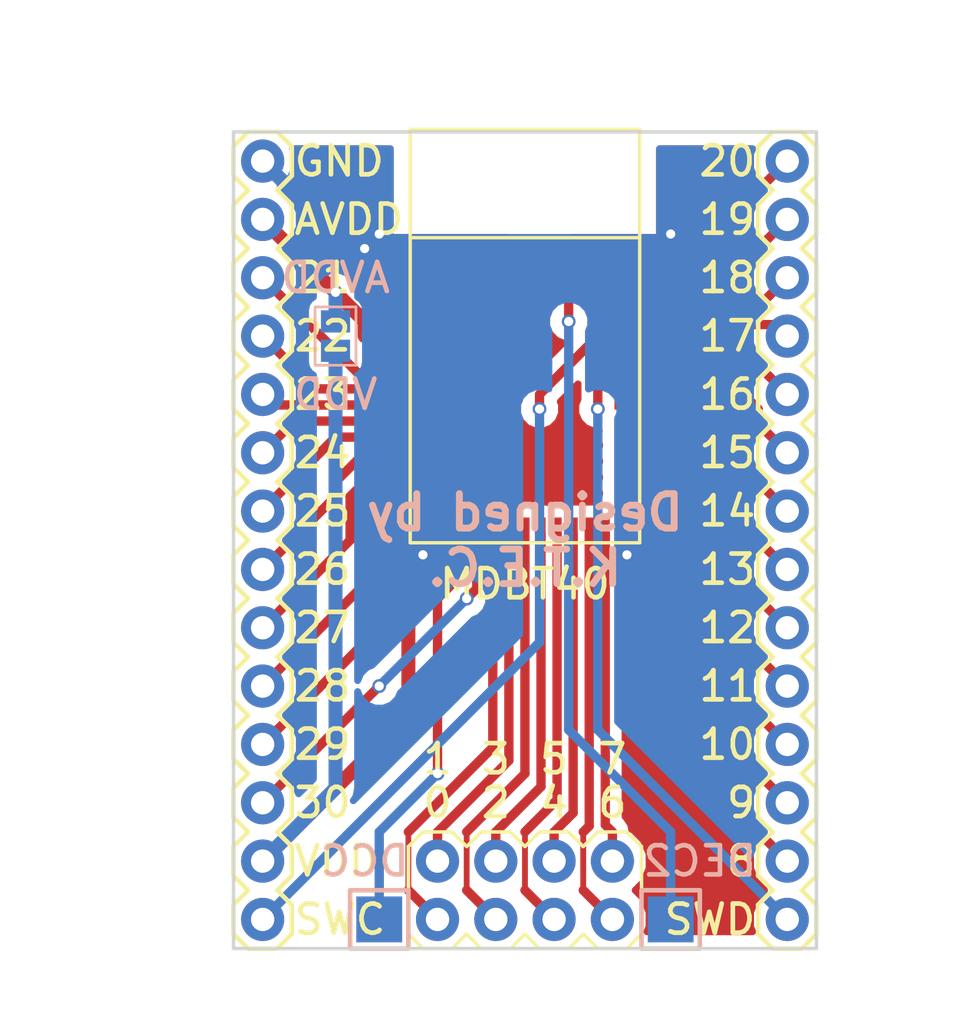
<source format=kicad_pcb>
(kicad_pcb (version 4) (host pcbnew 4.0.2-stable)

  (general
    (links 44)
    (no_connects 0)
    (area 19.609999 19.609999 45.160001 55.320001)
    (thickness 1.6)
    (drawings 58)
    (tracks 155)
    (zones 0)
    (modules 7)
    (nets 39)
  )

  (page A4)
  (layers
    (0 F.Cu signal)
    (31 B.Cu signal)
    (32 B.Adhes user hide)
    (33 F.Adhes user hide)
    (34 B.Paste user hide)
    (35 F.Paste user hide)
    (36 B.SilkS user)
    (37 F.SilkS user)
    (38 B.Mask user)
    (39 F.Mask user)
    (40 Dwgs.User user hide)
    (41 Cmts.User user hide)
    (42 Eco1.User user hide)
    (43 Eco2.User user)
    (44 Edge.Cuts user)
    (45 Margin user hide)
    (46 B.CrtYd user hide)
    (47 F.CrtYd user hide)
    (48 B.Fab user hide)
    (49 F.Fab user hide)
  )

  (setup
    (last_trace_width 0.4064)
    (user_trace_width 0.254)
    (user_trace_width 0.4064)
    (user_trace_width 0.6096)
    (trace_clearance 0.2)
    (zone_clearance 0.508)
    (zone_45_only yes)
    (trace_min 0.2)
    (segment_width 0.2)
    (edge_width 0.15)
    (via_size 0.6)
    (via_drill 0.4)
    (via_min_size 0.4)
    (via_min_drill 0.3)
    (uvia_size 0.3)
    (uvia_drill 0.1)
    (uvias_allowed no)
    (uvia_min_size 0.2)
    (uvia_min_drill 0.1)
    (pcb_text_width 0.3)
    (pcb_text_size 1.5 1.5)
    (mod_edge_width 0.15)
    (mod_text_size 1 1)
    (mod_text_width 0.15)
    (pad_size 1.8796 1.8796)
    (pad_drill 1.016)
    (pad_to_mask_clearance 0.2)
    (aux_axis_origin 0 0)
    (visible_elements 7FFFFFFF)
    (pcbplotparams
      (layerselection 0x00030_80000001)
      (usegerberextensions false)
      (excludeedgelayer true)
      (linewidth 0.100000)
      (plotframeref false)
      (viasonmask false)
      (mode 1)
      (useauxorigin false)
      (hpglpennumber 1)
      (hpglpenspeed 20)
      (hpglpendiameter 15)
      (hpglpenoverlay 2)
      (psnegative false)
      (psa4output false)
      (plotreference true)
      (plotvalue true)
      (plotinvisibletext false)
      (padsonsilk false)
      (subtractmaskfromsilk false)
      (outputformat 4)
      (mirror false)
      (drillshape 0)
      (scaleselection 1)
      (outputdirectory ""))
  )

  (net 0 "")
  (net 1 /GND)
  (net 2 /AVDD)
  (net 3 /P0.21)
  (net 4 /P0.22)
  (net 5 /P0.23)
  (net 6 /P0.24)
  (net 7 /P0.25)
  (net 8 /P0.26)
  (net 9 /P0.27)
  (net 10 /P0.28)
  (net 11 /P0.29)
  (net 12 /P0.30)
  (net 13 /VDD)
  (net 14 /P0.20)
  (net 15 /P0.18)
  (net 16 /P0.16)
  (net 17 /P0.14)
  (net 18 /P0.12)
  (net 19 /P0.10)
  (net 20 /P0.08)
  (net 21 /P0.19)
  (net 22 /P0.17)
  (net 23 /P0.15)
  (net 24 /P0.13)
  (net 25 /P0.11)
  (net 26 /P0.09)
  (net 27 /P0.00)
  (net 28 /P0.01)
  (net 29 /P0.02)
  (net 30 /P0.03)
  (net 31 /P0.04)
  (net 32 /P0.05)
  (net 33 /P0.06)
  (net 34 /P0.07)
  (net 35 /SWDIO)
  (net 36 /SWCLK)
  (net 37 /DCC)
  (net 38 /DEC2)

  (net_class Default "This is the default net class."
    (clearance 0.2)
    (trace_width 0.4064)
    (via_dia 0.6)
    (via_drill 0.4)
    (uvia_dia 0.3)
    (uvia_drill 0.1)
    (add_net /DCC)
    (add_net /DEC2)
    (add_net /P0.00)
    (add_net /P0.01)
    (add_net /P0.02)
    (add_net /P0.03)
    (add_net /P0.04)
    (add_net /P0.05)
    (add_net /P0.06)
    (add_net /P0.07)
    (add_net /P0.08)
    (add_net /P0.09)
    (add_net /P0.10)
    (add_net /P0.11)
    (add_net /P0.12)
    (add_net /P0.13)
    (add_net /P0.14)
    (add_net /P0.15)
    (add_net /P0.16)
    (add_net /P0.17)
    (add_net /P0.18)
    (add_net /P0.19)
    (add_net /P0.20)
    (add_net /P0.21)
    (add_net /P0.22)
    (add_net /P0.23)
    (add_net /P0.24)
    (add_net /P0.25)
    (add_net /P0.26)
    (add_net /P0.27)
    (add_net /P0.28)
    (add_net /P0.29)
    (add_net /P0.30)
    (add_net /SWCLK)
    (add_net /SWDIO)
  )

  (net_class Power ""
    (clearance 0.2)
    (trace_width 0.6096)
    (via_dia 0.6)
    (via_drill 0.4)
    (uvia_dia 0.3)
    (uvia_drill 0.1)
    (add_net /AVDD)
    (add_net /GND)
    (add_net /VDD)
  )

  (module Connectors:GS2 (layer B.Cu) (tedit 58E46A13) (tstamp 58DDA146)
    (at 24.13 28.575 180)
    (descr "2-pin solder bridge")
    (tags "solder bridge")
    (path /58DBFE6D)
    (attr smd)
    (fp_text reference JP1 (at 1.78 0 270) (layer B.SilkS) hide
      (effects (font (size 1 1) (thickness 0.15)) (justify mirror))
    )
    (fp_text value Jumper (at -1.8 0 270) (layer B.Fab) hide
      (effects (font (size 1 1) (thickness 0.15)) (justify mirror))
    )
    (fp_line (start 1.1 1.45) (end 1.1 -1.5) (layer B.CrtYd) (width 0.05))
    (fp_line (start 1.1 -1.5) (end -1.1 -1.5) (layer B.CrtYd) (width 0.05))
    (fp_line (start -1.1 -1.5) (end -1.1 1.45) (layer B.CrtYd) (width 0.05))
    (fp_line (start -1.1 1.45) (end 1.1 1.45) (layer B.CrtYd) (width 0.05))
    (fp_line (start -0.89 1.27) (end -0.89 -1.27) (layer B.SilkS) (width 0.12))
    (fp_line (start 0.89 -1.27) (end 0.89 1.27) (layer B.SilkS) (width 0.12))
    (fp_line (start 0.89 -1.27) (end -0.89 -1.27) (layer B.SilkS) (width 0.12))
    (fp_line (start -0.89 1.27) (end 0.89 1.27) (layer B.SilkS) (width 0.12))
    (pad 1 smd rect (at 0 0.64 180) (size 1.27 0.97) (layers B.Cu B.Paste B.Mask)
      (net 2 /AVDD))
    (pad 2 smd rect (at 0 -0.64 180) (size 1.27 0.97) (layers B.Cu B.Paste B.Mask)
      (net 13 /VDD))
  )

  (module mdbt40_carrier:MDBT40-Carrier (layer F.Cu) (tedit 58E4A44E) (tstamp 58DDA174)
    (at 32.385 28.575)
    (path /58DAF3A7)
    (fp_text reference U1 (at 0 10.1) (layer F.SilkS) hide
      (effects (font (size 0.5 0.5) (thickness 0.125)))
    )
    (fp_text value MDBT40 (at 0 -10.1) (layer F.Fab) hide
      (effects (font (size 1 1) (thickness 0.15)))
    )
    (fp_text user "NO Top GND" (at 0.6 -3.3) (layer Eco2.User)
      (effects (font (size 0.2 0.2) (thickness 0.03175)))
    )
    (fp_line (start -0.7 -4.3) (end -0.7 -2.4) (layer Eco2.User) (width 0.15))
    (fp_line (start -0.7 -2.4) (end 1.7 -2.4) (layer Eco2.User) (width 0.15))
    (fp_line (start 1.7 -2.4) (end 1.9 -2.4) (layer Eco2.User) (width 0.15))
    (fp_line (start 1.9 -2.4) (end 1.9 -4.2) (layer Eco2.User) (width 0.15))
    (fp_text user "NO GROUND" (at 0 -6.6) (layer Eco2.User)
      (effects (font (size 1 1) (thickness 0.15)))
    )
    (fp_line (start -5.4 -9) (end 5.4 -9) (layer Eco2.User) (width 0.15))
    (fp_line (start -5.4 -9) (end -5.4 -4.3) (layer Eco2.User) (width 0.15))
    (fp_line (start -5.4 -4.3) (end 5.4 -4.3) (layer Eco2.User) (width 0.15))
    (fp_line (start 5.4 -4.3) (end 5.4 -9) (layer Eco2.User) (width 0.15))
    (fp_line (start -5 -4.285) (end 5 -4.285) (layer F.SilkS) (width 0.15))
    (fp_line (start 5 -9) (end 5 9) (layer F.SilkS) (width 0.15))
    (fp_line (start -5 -9) (end -5 9) (layer F.SilkS) (width 0.15))
    (fp_line (start -5 -9) (end 5 -9) (layer F.SilkS) (width 0.15))
    (fp_line (start -5 9) (end 5 9) (layer F.SilkS) (width 0.15))
    (pad 1 smd rect (at -4.6 -4) (size 1.4 0.4) (layers F.Cu F.Paste F.Mask)
      (net 1 /GND))
    (pad 2 smd rect (at -4.6 -3.3) (size 1.4 0.4) (layers F.Cu F.Paste F.Mask)
      (net 1 /GND))
    (pad 42 smd rect (at 4.6 -4) (size 1.4 0.4) (layers F.Cu F.Paste F.Mask)
      (net 1 /GND))
    (pad 41 smd rect (at 4.6 -3.3) (size 1.4 0.4) (layers F.Cu F.Paste F.Mask)
      (net 38 /DEC2))
    (pad 40 smd rect (at 4.6 -2.6) (size 1.4 0.4) (layers F.Cu F.Paste F.Mask)
      (net 14 /P0.20))
    (pad 39 smd rect (at 4.6 -1.9) (size 1.4 0.4) (layers F.Cu F.Paste F.Mask)
      (net 21 /P0.19))
    (pad 38 smd rect (at 4.6 -1.2) (size 1.4 0.4) (layers F.Cu F.Paste F.Mask)
      (net 15 /P0.18))
    (pad 37 smd rect (at 4.6 -0.5) (size 1.4 0.4) (layers F.Cu F.Paste F.Mask)
      (net 22 /P0.17))
    (pad 36 smd rect (at 4.6 0.2) (size 1.4 0.4) (layers F.Cu F.Paste F.Mask)
      (net 36 /SWCLK))
    (pad 35 smd rect (at 4.6 0.9) (size 1.4 0.4) (layers F.Cu F.Paste F.Mask)
      (net 35 /SWDIO))
    (pad 34 smd rect (at 4.6 1.6) (size 1.4 0.4) (layers F.Cu F.Paste F.Mask)
      (net 16 /P0.16))
    (pad 33 smd rect (at 4.6 2.3) (size 1.4 0.4) (layers F.Cu F.Paste F.Mask)
      (net 23 /P0.15))
    (pad 32 smd rect (at 4.6 3) (size 1.4 0.4) (layers F.Cu F.Paste F.Mask)
      (net 17 /P0.14))
    (pad 31 smd rect (at 4.6 3.7) (size 1.4 0.4) (layers F.Cu F.Paste F.Mask)
      (net 24 /P0.13))
    (pad 30 smd rect (at 4.6 4.4) (size 1.4 0.4) (layers F.Cu F.Paste F.Mask)
      (net 18 /P0.12))
    (pad 27 smd rect (at 4.6 6.5) (size 1.4 0.4) (layers F.Cu F.Paste F.Mask)
      (net 26 /P0.09))
    (pad 28 smd rect (at 4.6 5.8) (size 1.4 0.4) (layers F.Cu F.Paste F.Mask)
      (net 19 /P0.10))
    (pad 29 smd rect (at 4.6 5.1) (size 1.4 0.4) (layers F.Cu F.Paste F.Mask)
      (net 25 /P0.11))
    (pad 26 smd rect (at 4.6 7.2) (size 1.4 0.4) (layers F.Cu F.Paste F.Mask)
      (net 20 /P0.08))
    (pad 25 smd rect (at 4.2 8.6) (size 0.4 1.4) (layers F.Cu F.Paste F.Mask)
      (net 1 /GND))
    (pad 24 smd rect (at 3.5 8.6) (size 0.4 1.4) (layers F.Cu F.Paste F.Mask)
      (net 34 /P0.07))
    (pad 15 smd rect (at -2.8 8.6) (size 0.4 1.4) (layers F.Cu F.Paste F.Mask)
      (net 37 /DCC))
    (pad 23 smd rect (at 2.8 8.6) (size 0.4 1.4) (layers F.Cu F.Paste F.Mask)
      (net 33 /P0.06))
    (pad 21 smd rect (at 1.4 8.6) (size 0.4 1.4) (layers F.Cu F.Paste F.Mask)
      (net 31 /P0.04))
    (pad 20 smd rect (at 0.7 8.6) (size 0.4 1.4) (layers F.Cu F.Paste F.Mask)
      (net 30 /P0.03))
    (pad 19 smd rect (at 0 8.6) (size 0.4 1.4) (layers F.Cu F.Paste F.Mask)
      (net 29 /P0.02))
    (pad 16 smd rect (at -2.1 8.6) (size 0.4 1.4) (layers F.Cu F.Paste F.Mask)
      (net 12 /P0.30))
    (pad 22 smd rect (at 2.1 8.6) (size 0.4 1.4) (layers F.Cu F.Paste F.Mask)
      (net 32 /P0.05))
    (pad 17 smd rect (at -1.4 8.6) (size 0.4 1.4) (layers F.Cu F.Paste F.Mask)
      (net 27 /P0.00))
    (pad 18 smd rect (at -0.7 8.6) (size 0.4 1.4) (layers F.Cu F.Paste F.Mask)
      (net 28 /P0.01))
    (pad 14 smd rect (at -3.5 8.6) (size 0.4 1.4) (layers F.Cu F.Paste F.Mask)
      (net 13 /VDD))
    (pad 13 smd rect (at -4.2 8.6) (size 0.4 1.4) (layers F.Cu F.Paste F.Mask)
      (net 1 /GND))
    (pad 3 smd rect (at -4.6 0.9) (size 1.4 0.4) (layers F.Cu F.Paste F.Mask)
      (net 2 /AVDD))
    (pad 4 smd rect (at -4.6 1.6) (size 1.4 0.4) (layers F.Cu F.Paste F.Mask)
      (net 3 /P0.21))
    (pad 5 smd rect (at -4.6 2.3) (size 1.4 0.4) (layers F.Cu F.Paste F.Mask)
      (net 4 /P0.22))
    (pad 6 smd rect (at -4.6 3) (size 1.4 0.4) (layers F.Cu F.Paste F.Mask)
      (net 5 /P0.23))
    (pad 7 smd rect (at -4.6 3.7) (size 1.4 0.4) (layers F.Cu F.Paste F.Mask)
      (net 6 /P0.24))
    (pad 8 smd rect (at -4.6 4.4) (size 1.4 0.4) (layers F.Cu F.Paste F.Mask)
      (net 7 /P0.25))
    (pad 9 smd rect (at -4.6 5.1) (size 1.4 0.4) (layers F.Cu F.Paste F.Mask)
      (net 8 /P0.26))
    (pad 10 smd rect (at -4.6 5.8) (size 1.4 0.4) (layers F.Cu F.Paste F.Mask)
      (net 9 /P0.27))
    (pad 11 smd rect (at -4.6 6.5) (size 1.4 0.4) (layers F.Cu F.Paste F.Mask)
      (net 10 /P0.28))
    (pad 12 smd rect (at -4.6 7.2) (size 1.4 0.4) (layers F.Cu F.Paste F.Mask)
      (net 11 /P0.29))
  )

  (module sing_pad:1Pin (layer B.Cu) (tedit 58E4A390) (tstamp 58DDA13B)
    (at 26.035 53.975)
    (descr "module 1 pin (ou trou mecanique de percage)")
    (tags DEV)
    (path /58DC3A43)
    (fp_text reference J4 (at 0 2.032) (layer B.SilkS) hide
      (effects (font (size 1 1) (thickness 0.15)) (justify mirror))
    )
    (fp_text value DCC (at 0 -2.032) (layer B.Fab) hide
      (effects (font (size 1 1) (thickness 0.15)) (justify mirror))
    )
    (pad 1 smd rect (at 0 0) (size 2 2) (layers B.Cu B.Paste B.Mask)
      (net 37 /DCC))
  )

  (module sing_pad:1Pin (layer B.Cu) (tedit 58E4A399) (tstamp 58DDA140)
    (at 38.735 53.975)
    (descr "module 1 pin (ou trou mecanique de percage)")
    (tags DEV)
    (path /58DC3F04)
    (fp_text reference J5 (at 0 2.032) (layer B.SilkS) hide
      (effects (font (size 1 1) (thickness 0.15)) (justify mirror))
    )
    (fp_text value DEC2 (at 0 -2.032) (layer B.Fab) hide
      (effects (font (size 1 1) (thickness 0.15)) (justify mirror))
    )
    (pad 1 smd rect (at 0 0) (size 2 2) (layers B.Cu B.Paste B.Mask)
      (net 38 /DEC2))
  )

  (module connectors:1X14 (layer F.Cu) (tedit 58E469BB) (tstamp 58DDBC19)
    (at 20.955 20.955 270)
    (path /58DDBC41)
    (fp_text reference J1 (at -1.3462 -1.8288 270) (layer F.SilkS) hide
      (effects (font (size 1.2065 1.2065) (thickness 0.127)) (justify left bottom))
    )
    (fp_text value LEFT (at -1.27 3.175 270) (layer F.SilkS) hide
      (effects (font (size 1.2065 1.2065) (thickness 0.1016)) (justify left bottom))
    )
    (fp_line (start 14.605 -1.27) (end 15.875 -1.27) (layer F.SilkS) (width 0.2032))
    (fp_line (start 15.875 -1.27) (end 16.51 -0.635) (layer F.SilkS) (width 0.2032))
    (fp_line (start 16.51 0.635) (end 15.875 1.27) (layer F.SilkS) (width 0.2032))
    (fp_line (start 11.43 -0.635) (end 12.065 -1.27) (layer F.SilkS) (width 0.2032))
    (fp_line (start 12.065 -1.27) (end 13.335 -1.27) (layer F.SilkS) (width 0.2032))
    (fp_line (start 13.335 -1.27) (end 13.97 -0.635) (layer F.SilkS) (width 0.2032))
    (fp_line (start 13.97 0.635) (end 13.335 1.27) (layer F.SilkS) (width 0.2032))
    (fp_line (start 13.335 1.27) (end 12.065 1.27) (layer F.SilkS) (width 0.2032))
    (fp_line (start 12.065 1.27) (end 11.43 0.635) (layer F.SilkS) (width 0.2032))
    (fp_line (start 14.605 -1.27) (end 13.97 -0.635) (layer F.SilkS) (width 0.2032))
    (fp_line (start 13.97 0.635) (end 14.605 1.27) (layer F.SilkS) (width 0.2032))
    (fp_line (start 15.875 1.27) (end 14.605 1.27) (layer F.SilkS) (width 0.2032))
    (fp_line (start 6.985 -1.27) (end 8.255 -1.27) (layer F.SilkS) (width 0.2032))
    (fp_line (start 8.255 -1.27) (end 8.89 -0.635) (layer F.SilkS) (width 0.2032))
    (fp_line (start 8.89 0.635) (end 8.255 1.27) (layer F.SilkS) (width 0.2032))
    (fp_line (start 8.89 -0.635) (end 9.525 -1.27) (layer F.SilkS) (width 0.2032))
    (fp_line (start 9.525 -1.27) (end 10.795 -1.27) (layer F.SilkS) (width 0.2032))
    (fp_line (start 10.795 -1.27) (end 11.43 -0.635) (layer F.SilkS) (width 0.2032))
    (fp_line (start 11.43 0.635) (end 10.795 1.27) (layer F.SilkS) (width 0.2032))
    (fp_line (start 10.795 1.27) (end 9.525 1.27) (layer F.SilkS) (width 0.2032))
    (fp_line (start 9.525 1.27) (end 8.89 0.635) (layer F.SilkS) (width 0.2032))
    (fp_line (start 3.81 -0.635) (end 4.445 -1.27) (layer F.SilkS) (width 0.2032))
    (fp_line (start 4.445 -1.27) (end 5.715 -1.27) (layer F.SilkS) (width 0.2032))
    (fp_line (start 5.715 -1.27) (end 6.35 -0.635) (layer F.SilkS) (width 0.2032))
    (fp_line (start 6.35 0.635) (end 5.715 1.27) (layer F.SilkS) (width 0.2032))
    (fp_line (start 5.715 1.27) (end 4.445 1.27) (layer F.SilkS) (width 0.2032))
    (fp_line (start 4.445 1.27) (end 3.81 0.635) (layer F.SilkS) (width 0.2032))
    (fp_line (start 6.985 -1.27) (end 6.35 -0.635) (layer F.SilkS) (width 0.2032))
    (fp_line (start 6.35 0.635) (end 6.985 1.27) (layer F.SilkS) (width 0.2032))
    (fp_line (start 8.255 1.27) (end 6.985 1.27) (layer F.SilkS) (width 0.2032))
    (fp_line (start -0.635 -1.27) (end 0.635 -1.27) (layer F.SilkS) (width 0.2032))
    (fp_line (start 0.635 -1.27) (end 1.27 -0.635) (layer F.SilkS) (width 0.2032))
    (fp_line (start 1.27 0.635) (end 0.635 1.27) (layer F.SilkS) (width 0.2032))
    (fp_line (start 1.27 -0.635) (end 1.905 -1.27) (layer F.SilkS) (width 0.2032))
    (fp_line (start 1.905 -1.27) (end 3.175 -1.27) (layer F.SilkS) (width 0.2032))
    (fp_line (start 3.175 -1.27) (end 3.81 -0.635) (layer F.SilkS) (width 0.2032))
    (fp_line (start 3.81 0.635) (end 3.175 1.27) (layer F.SilkS) (width 0.2032))
    (fp_line (start 3.175 1.27) (end 1.905 1.27) (layer F.SilkS) (width 0.2032))
    (fp_line (start 1.905 1.27) (end 1.27 0.635) (layer F.SilkS) (width 0.2032))
    (fp_line (start -1.27 -0.635) (end -1.27 0.635) (layer F.SilkS) (width 0.2032))
    (fp_line (start -0.635 -1.27) (end -1.27 -0.635) (layer F.SilkS) (width 0.2032))
    (fp_line (start -1.27 0.635) (end -0.635 1.27) (layer F.SilkS) (width 0.2032))
    (fp_line (start 0.635 1.27) (end -0.635 1.27) (layer F.SilkS) (width 0.2032))
    (fp_line (start 32.385 -1.27) (end 33.655 -1.27) (layer F.SilkS) (width 0.2032))
    (fp_line (start 33.655 -1.27) (end 34.29 -0.635) (layer F.SilkS) (width 0.2032))
    (fp_line (start 34.29 0.635) (end 33.655 1.27) (layer F.SilkS) (width 0.2032))
    (fp_line (start 29.21 -0.635) (end 29.845 -1.27) (layer F.SilkS) (width 0.2032))
    (fp_line (start 29.845 -1.27) (end 31.115 -1.27) (layer F.SilkS) (width 0.2032))
    (fp_line (start 31.115 -1.27) (end 31.75 -0.635) (layer F.SilkS) (width 0.2032))
    (fp_line (start 31.75 0.635) (end 31.115 1.27) (layer F.SilkS) (width 0.2032))
    (fp_line (start 31.115 1.27) (end 29.845 1.27) (layer F.SilkS) (width 0.2032))
    (fp_line (start 29.845 1.27) (end 29.21 0.635) (layer F.SilkS) (width 0.2032))
    (fp_line (start 32.385 -1.27) (end 31.75 -0.635) (layer F.SilkS) (width 0.2032))
    (fp_line (start 31.75 0.635) (end 32.385 1.27) (layer F.SilkS) (width 0.2032))
    (fp_line (start 33.655 1.27) (end 32.385 1.27) (layer F.SilkS) (width 0.2032))
    (fp_line (start 24.765 -1.27) (end 26.035 -1.27) (layer F.SilkS) (width 0.2032))
    (fp_line (start 26.035 -1.27) (end 26.67 -0.635) (layer F.SilkS) (width 0.2032))
    (fp_line (start 26.67 0.635) (end 26.035 1.27) (layer F.SilkS) (width 0.2032))
    (fp_line (start 26.67 -0.635) (end 27.305 -1.27) (layer F.SilkS) (width 0.2032))
    (fp_line (start 27.305 -1.27) (end 28.575 -1.27) (layer F.SilkS) (width 0.2032))
    (fp_line (start 28.575 -1.27) (end 29.21 -0.635) (layer F.SilkS) (width 0.2032))
    (fp_line (start 29.21 0.635) (end 28.575 1.27) (layer F.SilkS) (width 0.2032))
    (fp_line (start 28.575 1.27) (end 27.305 1.27) (layer F.SilkS) (width 0.2032))
    (fp_line (start 27.305 1.27) (end 26.67 0.635) (layer F.SilkS) (width 0.2032))
    (fp_line (start 21.59 -0.635) (end 22.225 -1.27) (layer F.SilkS) (width 0.2032))
    (fp_line (start 22.225 -1.27) (end 23.495 -1.27) (layer F.SilkS) (width 0.2032))
    (fp_line (start 23.495 -1.27) (end 24.13 -0.635) (layer F.SilkS) (width 0.2032))
    (fp_line (start 24.13 0.635) (end 23.495 1.27) (layer F.SilkS) (width 0.2032))
    (fp_line (start 23.495 1.27) (end 22.225 1.27) (layer F.SilkS) (width 0.2032))
    (fp_line (start 22.225 1.27) (end 21.59 0.635) (layer F.SilkS) (width 0.2032))
    (fp_line (start 24.765 -1.27) (end 24.13 -0.635) (layer F.SilkS) (width 0.2032))
    (fp_line (start 24.13 0.635) (end 24.765 1.27) (layer F.SilkS) (width 0.2032))
    (fp_line (start 26.035 1.27) (end 24.765 1.27) (layer F.SilkS) (width 0.2032))
    (fp_line (start 17.145 -1.27) (end 18.415 -1.27) (layer F.SilkS) (width 0.2032))
    (fp_line (start 18.415 -1.27) (end 19.05 -0.635) (layer F.SilkS) (width 0.2032))
    (fp_line (start 19.05 0.635) (end 18.415 1.27) (layer F.SilkS) (width 0.2032))
    (fp_line (start 19.05 -0.635) (end 19.685 -1.27) (layer F.SilkS) (width 0.2032))
    (fp_line (start 19.685 -1.27) (end 20.955 -1.27) (layer F.SilkS) (width 0.2032))
    (fp_line (start 20.955 -1.27) (end 21.59 -0.635) (layer F.SilkS) (width 0.2032))
    (fp_line (start 21.59 0.635) (end 20.955 1.27) (layer F.SilkS) (width 0.2032))
    (fp_line (start 20.955 1.27) (end 19.685 1.27) (layer F.SilkS) (width 0.2032))
    (fp_line (start 19.685 1.27) (end 19.05 0.635) (layer F.SilkS) (width 0.2032))
    (fp_line (start 17.145 -1.27) (end 16.51 -0.635) (layer F.SilkS) (width 0.2032))
    (fp_line (start 16.51 0.635) (end 17.145 1.27) (layer F.SilkS) (width 0.2032))
    (fp_line (start 18.415 1.27) (end 17.145 1.27) (layer F.SilkS) (width 0.2032))
    (fp_line (start 34.29 -0.635) (end 34.29 0.635) (layer F.SilkS) (width 0.2032))
    (fp_poly (pts (xy 14.986 0.254) (xy 15.494 0.254) (xy 15.494 -0.254) (xy 14.986 -0.254)) (layer Dwgs.User) (width 0))
    (fp_poly (pts (xy 12.446 0.254) (xy 12.954 0.254) (xy 12.954 -0.254) (xy 12.446 -0.254)) (layer Dwgs.User) (width 0))
    (fp_poly (pts (xy 9.906 0.254) (xy 10.414 0.254) (xy 10.414 -0.254) (xy 9.906 -0.254)) (layer Dwgs.User) (width 0))
    (fp_poly (pts (xy 7.366 0.254) (xy 7.874 0.254) (xy 7.874 -0.254) (xy 7.366 -0.254)) (layer Dwgs.User) (width 0))
    (fp_poly (pts (xy 4.826 0.254) (xy 5.334 0.254) (xy 5.334 -0.254) (xy 4.826 -0.254)) (layer Dwgs.User) (width 0))
    (fp_poly (pts (xy 2.286 0.254) (xy 2.794 0.254) (xy 2.794 -0.254) (xy 2.286 -0.254)) (layer Dwgs.User) (width 0))
    (fp_poly (pts (xy -0.254 0.254) (xy 0.254 0.254) (xy 0.254 -0.254) (xy -0.254 -0.254)) (layer Dwgs.User) (width 0))
    (fp_poly (pts (xy 32.766 0.254) (xy 33.274 0.254) (xy 33.274 -0.254) (xy 32.766 -0.254)) (layer Dwgs.User) (width 0))
    (fp_poly (pts (xy 30.226 0.254) (xy 30.734 0.254) (xy 30.734 -0.254) (xy 30.226 -0.254)) (layer Dwgs.User) (width 0))
    (fp_poly (pts (xy 27.686 0.254) (xy 28.194 0.254) (xy 28.194 -0.254) (xy 27.686 -0.254)) (layer Dwgs.User) (width 0))
    (fp_poly (pts (xy 25.146 0.254) (xy 25.654 0.254) (xy 25.654 -0.254) (xy 25.146 -0.254)) (layer Dwgs.User) (width 0))
    (fp_poly (pts (xy 22.606 0.254) (xy 23.114 0.254) (xy 23.114 -0.254) (xy 22.606 -0.254)) (layer Dwgs.User) (width 0))
    (fp_poly (pts (xy 20.066 0.254) (xy 20.574 0.254) (xy 20.574 -0.254) (xy 20.066 -0.254)) (layer Dwgs.User) (width 0))
    (fp_poly (pts (xy 17.526 0.254) (xy 18.034 0.254) (xy 18.034 -0.254) (xy 17.526 -0.254)) (layer Dwgs.User) (width 0))
    (pad 1 thru_hole circle (at 0 0) (size 1.8796 1.8796) (drill 1.016) (layers *.Cu *.Mask)
      (net 1 /GND))
    (pad 2 thru_hole circle (at 2.54 0) (size 1.8796 1.8796) (drill 1.016) (layers *.Cu *.Mask)
      (net 2 /AVDD))
    (pad 3 thru_hole circle (at 5.08 0) (size 1.8796 1.8796) (drill 1.016) (layers *.Cu *.Mask)
      (net 3 /P0.21))
    (pad 4 thru_hole circle (at 7.62 0) (size 1.8796 1.8796) (drill 1.016) (layers *.Cu *.Mask)
      (net 4 /P0.22))
    (pad 5 thru_hole circle (at 10.16 0) (size 1.8796 1.8796) (drill 1.016) (layers *.Cu *.Mask)
      (net 5 /P0.23))
    (pad 6 thru_hole circle (at 12.7 0) (size 1.8796 1.8796) (drill 1.016) (layers *.Cu *.Mask)
      (net 6 /P0.24))
    (pad 7 thru_hole circle (at 15.24 0) (size 1.8796 1.8796) (drill 1.016) (layers *.Cu *.Mask)
      (net 7 /P0.25))
    (pad 8 thru_hole circle (at 17.78 0) (size 1.8796 1.8796) (drill 1.016) (layers *.Cu *.Mask)
      (net 8 /P0.26))
    (pad 9 thru_hole circle (at 20.32 0) (size 1.8796 1.8796) (drill 1.016) (layers *.Cu *.Mask)
      (net 9 /P0.27))
    (pad 10 thru_hole circle (at 22.86 0) (size 1.8796 1.8796) (drill 1.016) (layers *.Cu *.Mask)
      (net 10 /P0.28))
    (pad 11 thru_hole circle (at 25.4 0) (size 1.8796 1.8796) (drill 1.016) (layers *.Cu *.Mask)
      (net 11 /P0.29))
    (pad 12 thru_hole circle (at 27.94 0) (size 1.8796 1.8796) (drill 1.016) (layers *.Cu *.Mask)
      (net 12 /P0.30))
    (pad 13 thru_hole circle (at 30.48 0) (size 1.8796 1.8796) (drill 1.016) (layers *.Cu *.Mask)
      (net 13 /VDD))
    (pad 14 thru_hole circle (at 33.02 0) (size 1.8796 1.8796) (drill 1.016) (layers *.Cu *.Mask)
      (net 36 /SWCLK))
  )

  (module connectors:1X14 (layer F.Cu) (tedit 58E469CA) (tstamp 58DDBCBE)
    (at 43.815 20.955 270)
    (path /58DDC122)
    (fp_text reference J2 (at -1.3462 -1.8288 270) (layer F.SilkS) hide
      (effects (font (size 1.2065 1.2065) (thickness 0.127)) (justify left bottom))
    )
    (fp_text value RIGHT (at -1.27 3.175 270) (layer F.SilkS) hide
      (effects (font (size 1.2065 1.2065) (thickness 0.1016)) (justify left bottom))
    )
    (fp_line (start 14.605 -1.27) (end 15.875 -1.27) (layer F.SilkS) (width 0.2032))
    (fp_line (start 15.875 -1.27) (end 16.51 -0.635) (layer F.SilkS) (width 0.2032))
    (fp_line (start 16.51 0.635) (end 15.875 1.27) (layer F.SilkS) (width 0.2032))
    (fp_line (start 11.43 -0.635) (end 12.065 -1.27) (layer F.SilkS) (width 0.2032))
    (fp_line (start 12.065 -1.27) (end 13.335 -1.27) (layer F.SilkS) (width 0.2032))
    (fp_line (start 13.335 -1.27) (end 13.97 -0.635) (layer F.SilkS) (width 0.2032))
    (fp_line (start 13.97 0.635) (end 13.335 1.27) (layer F.SilkS) (width 0.2032))
    (fp_line (start 13.335 1.27) (end 12.065 1.27) (layer F.SilkS) (width 0.2032))
    (fp_line (start 12.065 1.27) (end 11.43 0.635) (layer F.SilkS) (width 0.2032))
    (fp_line (start 14.605 -1.27) (end 13.97 -0.635) (layer F.SilkS) (width 0.2032))
    (fp_line (start 13.97 0.635) (end 14.605 1.27) (layer F.SilkS) (width 0.2032))
    (fp_line (start 15.875 1.27) (end 14.605 1.27) (layer F.SilkS) (width 0.2032))
    (fp_line (start 6.985 -1.27) (end 8.255 -1.27) (layer F.SilkS) (width 0.2032))
    (fp_line (start 8.255 -1.27) (end 8.89 -0.635) (layer F.SilkS) (width 0.2032))
    (fp_line (start 8.89 0.635) (end 8.255 1.27) (layer F.SilkS) (width 0.2032))
    (fp_line (start 8.89 -0.635) (end 9.525 -1.27) (layer F.SilkS) (width 0.2032))
    (fp_line (start 9.525 -1.27) (end 10.795 -1.27) (layer F.SilkS) (width 0.2032))
    (fp_line (start 10.795 -1.27) (end 11.43 -0.635) (layer F.SilkS) (width 0.2032))
    (fp_line (start 11.43 0.635) (end 10.795 1.27) (layer F.SilkS) (width 0.2032))
    (fp_line (start 10.795 1.27) (end 9.525 1.27) (layer F.SilkS) (width 0.2032))
    (fp_line (start 9.525 1.27) (end 8.89 0.635) (layer F.SilkS) (width 0.2032))
    (fp_line (start 3.81 -0.635) (end 4.445 -1.27) (layer F.SilkS) (width 0.2032))
    (fp_line (start 4.445 -1.27) (end 5.715 -1.27) (layer F.SilkS) (width 0.2032))
    (fp_line (start 5.715 -1.27) (end 6.35 -0.635) (layer F.SilkS) (width 0.2032))
    (fp_line (start 6.35 0.635) (end 5.715 1.27) (layer F.SilkS) (width 0.2032))
    (fp_line (start 5.715 1.27) (end 4.445 1.27) (layer F.SilkS) (width 0.2032))
    (fp_line (start 4.445 1.27) (end 3.81 0.635) (layer F.SilkS) (width 0.2032))
    (fp_line (start 6.985 -1.27) (end 6.35 -0.635) (layer F.SilkS) (width 0.2032))
    (fp_line (start 6.35 0.635) (end 6.985 1.27) (layer F.SilkS) (width 0.2032))
    (fp_line (start 8.255 1.27) (end 6.985 1.27) (layer F.SilkS) (width 0.2032))
    (fp_line (start -0.635 -1.27) (end 0.635 -1.27) (layer F.SilkS) (width 0.2032))
    (fp_line (start 0.635 -1.27) (end 1.27 -0.635) (layer F.SilkS) (width 0.2032))
    (fp_line (start 1.27 0.635) (end 0.635 1.27) (layer F.SilkS) (width 0.2032))
    (fp_line (start 1.27 -0.635) (end 1.905 -1.27) (layer F.SilkS) (width 0.2032))
    (fp_line (start 1.905 -1.27) (end 3.175 -1.27) (layer F.SilkS) (width 0.2032))
    (fp_line (start 3.175 -1.27) (end 3.81 -0.635) (layer F.SilkS) (width 0.2032))
    (fp_line (start 3.81 0.635) (end 3.175 1.27) (layer F.SilkS) (width 0.2032))
    (fp_line (start 3.175 1.27) (end 1.905 1.27) (layer F.SilkS) (width 0.2032))
    (fp_line (start 1.905 1.27) (end 1.27 0.635) (layer F.SilkS) (width 0.2032))
    (fp_line (start -1.27 -0.635) (end -1.27 0.635) (layer F.SilkS) (width 0.2032))
    (fp_line (start -0.635 -1.27) (end -1.27 -0.635) (layer F.SilkS) (width 0.2032))
    (fp_line (start -1.27 0.635) (end -0.635 1.27) (layer F.SilkS) (width 0.2032))
    (fp_line (start 0.635 1.27) (end -0.635 1.27) (layer F.SilkS) (width 0.2032))
    (fp_line (start 32.385 -1.27) (end 33.655 -1.27) (layer F.SilkS) (width 0.2032))
    (fp_line (start 33.655 -1.27) (end 34.29 -0.635) (layer F.SilkS) (width 0.2032))
    (fp_line (start 34.29 0.635) (end 33.655 1.27) (layer F.SilkS) (width 0.2032))
    (fp_line (start 29.21 -0.635) (end 29.845 -1.27) (layer F.SilkS) (width 0.2032))
    (fp_line (start 29.845 -1.27) (end 31.115 -1.27) (layer F.SilkS) (width 0.2032))
    (fp_line (start 31.115 -1.27) (end 31.75 -0.635) (layer F.SilkS) (width 0.2032))
    (fp_line (start 31.75 0.635) (end 31.115 1.27) (layer F.SilkS) (width 0.2032))
    (fp_line (start 31.115 1.27) (end 29.845 1.27) (layer F.SilkS) (width 0.2032))
    (fp_line (start 29.845 1.27) (end 29.21 0.635) (layer F.SilkS) (width 0.2032))
    (fp_line (start 32.385 -1.27) (end 31.75 -0.635) (layer F.SilkS) (width 0.2032))
    (fp_line (start 31.75 0.635) (end 32.385 1.27) (layer F.SilkS) (width 0.2032))
    (fp_line (start 33.655 1.27) (end 32.385 1.27) (layer F.SilkS) (width 0.2032))
    (fp_line (start 24.765 -1.27) (end 26.035 -1.27) (layer F.SilkS) (width 0.2032))
    (fp_line (start 26.035 -1.27) (end 26.67 -0.635) (layer F.SilkS) (width 0.2032))
    (fp_line (start 26.67 0.635) (end 26.035 1.27) (layer F.SilkS) (width 0.2032))
    (fp_line (start 26.67 -0.635) (end 27.305 -1.27) (layer F.SilkS) (width 0.2032))
    (fp_line (start 27.305 -1.27) (end 28.575 -1.27) (layer F.SilkS) (width 0.2032))
    (fp_line (start 28.575 -1.27) (end 29.21 -0.635) (layer F.SilkS) (width 0.2032))
    (fp_line (start 29.21 0.635) (end 28.575 1.27) (layer F.SilkS) (width 0.2032))
    (fp_line (start 28.575 1.27) (end 27.305 1.27) (layer F.SilkS) (width 0.2032))
    (fp_line (start 27.305 1.27) (end 26.67 0.635) (layer F.SilkS) (width 0.2032))
    (fp_line (start 21.59 -0.635) (end 22.225 -1.27) (layer F.SilkS) (width 0.2032))
    (fp_line (start 22.225 -1.27) (end 23.495 -1.27) (layer F.SilkS) (width 0.2032))
    (fp_line (start 23.495 -1.27) (end 24.13 -0.635) (layer F.SilkS) (width 0.2032))
    (fp_line (start 24.13 0.635) (end 23.495 1.27) (layer F.SilkS) (width 0.2032))
    (fp_line (start 23.495 1.27) (end 22.225 1.27) (layer F.SilkS) (width 0.2032))
    (fp_line (start 22.225 1.27) (end 21.59 0.635) (layer F.SilkS) (width 0.2032))
    (fp_line (start 24.765 -1.27) (end 24.13 -0.635) (layer F.SilkS) (width 0.2032))
    (fp_line (start 24.13 0.635) (end 24.765 1.27) (layer F.SilkS) (width 0.2032))
    (fp_line (start 26.035 1.27) (end 24.765 1.27) (layer F.SilkS) (width 0.2032))
    (fp_line (start 17.145 -1.27) (end 18.415 -1.27) (layer F.SilkS) (width 0.2032))
    (fp_line (start 18.415 -1.27) (end 19.05 -0.635) (layer F.SilkS) (width 0.2032))
    (fp_line (start 19.05 0.635) (end 18.415 1.27) (layer F.SilkS) (width 0.2032))
    (fp_line (start 19.05 -0.635) (end 19.685 -1.27) (layer F.SilkS) (width 0.2032))
    (fp_line (start 19.685 -1.27) (end 20.955 -1.27) (layer F.SilkS) (width 0.2032))
    (fp_line (start 20.955 -1.27) (end 21.59 -0.635) (layer F.SilkS) (width 0.2032))
    (fp_line (start 21.59 0.635) (end 20.955 1.27) (layer F.SilkS) (width 0.2032))
    (fp_line (start 20.955 1.27) (end 19.685 1.27) (layer F.SilkS) (width 0.2032))
    (fp_line (start 19.685 1.27) (end 19.05 0.635) (layer F.SilkS) (width 0.2032))
    (fp_line (start 17.145 -1.27) (end 16.51 -0.635) (layer F.SilkS) (width 0.2032))
    (fp_line (start 16.51 0.635) (end 17.145 1.27) (layer F.SilkS) (width 0.2032))
    (fp_line (start 18.415 1.27) (end 17.145 1.27) (layer F.SilkS) (width 0.2032))
    (fp_line (start 34.29 -0.635) (end 34.29 0.635) (layer F.SilkS) (width 0.2032))
    (fp_poly (pts (xy 14.986 0.254) (xy 15.494 0.254) (xy 15.494 -0.254) (xy 14.986 -0.254)) (layer Dwgs.User) (width 0))
    (fp_poly (pts (xy 12.446 0.254) (xy 12.954 0.254) (xy 12.954 -0.254) (xy 12.446 -0.254)) (layer Dwgs.User) (width 0))
    (fp_poly (pts (xy 9.906 0.254) (xy 10.414 0.254) (xy 10.414 -0.254) (xy 9.906 -0.254)) (layer Dwgs.User) (width 0))
    (fp_poly (pts (xy 7.366 0.254) (xy 7.874 0.254) (xy 7.874 -0.254) (xy 7.366 -0.254)) (layer Dwgs.User) (width 0))
    (fp_poly (pts (xy 4.826 0.254) (xy 5.334 0.254) (xy 5.334 -0.254) (xy 4.826 -0.254)) (layer Dwgs.User) (width 0))
    (fp_poly (pts (xy 2.286 0.254) (xy 2.794 0.254) (xy 2.794 -0.254) (xy 2.286 -0.254)) (layer Dwgs.User) (width 0))
    (fp_poly (pts (xy -0.254 0.254) (xy 0.254 0.254) (xy 0.254 -0.254) (xy -0.254 -0.254)) (layer Dwgs.User) (width 0))
    (fp_poly (pts (xy 32.766 0.254) (xy 33.274 0.254) (xy 33.274 -0.254) (xy 32.766 -0.254)) (layer Dwgs.User) (width 0))
    (fp_poly (pts (xy 30.226 0.254) (xy 30.734 0.254) (xy 30.734 -0.254) (xy 30.226 -0.254)) (layer Dwgs.User) (width 0))
    (fp_poly (pts (xy 27.686 0.254) (xy 28.194 0.254) (xy 28.194 -0.254) (xy 27.686 -0.254)) (layer Dwgs.User) (width 0))
    (fp_poly (pts (xy 25.146 0.254) (xy 25.654 0.254) (xy 25.654 -0.254) (xy 25.146 -0.254)) (layer Dwgs.User) (width 0))
    (fp_poly (pts (xy 22.606 0.254) (xy 23.114 0.254) (xy 23.114 -0.254) (xy 22.606 -0.254)) (layer Dwgs.User) (width 0))
    (fp_poly (pts (xy 20.066 0.254) (xy 20.574 0.254) (xy 20.574 -0.254) (xy 20.066 -0.254)) (layer Dwgs.User) (width 0))
    (fp_poly (pts (xy 17.526 0.254) (xy 18.034 0.254) (xy 18.034 -0.254) (xy 17.526 -0.254)) (layer Dwgs.User) (width 0))
    (pad 1 thru_hole circle (at 0 0) (size 1.8796 1.8796) (drill 1.016) (layers *.Cu *.Mask)
      (net 14 /P0.20))
    (pad 2 thru_hole circle (at 2.54 0) (size 1.8796 1.8796) (drill 1.016) (layers *.Cu *.Mask)
      (net 21 /P0.19))
    (pad 3 thru_hole circle (at 5.08 0) (size 1.8796 1.8796) (drill 1.016) (layers *.Cu *.Mask)
      (net 15 /P0.18))
    (pad 4 thru_hole circle (at 7.62 0) (size 1.8796 1.8796) (drill 1.016) (layers *.Cu *.Mask)
      (net 22 /P0.17))
    (pad 5 thru_hole circle (at 10.16 0) (size 1.8796 1.8796) (drill 1.016) (layers *.Cu *.Mask)
      (net 16 /P0.16))
    (pad 6 thru_hole circle (at 12.7 0) (size 1.8796 1.8796) (drill 1.016) (layers *.Cu *.Mask)
      (net 23 /P0.15))
    (pad 7 thru_hole circle (at 15.24 0) (size 1.8796 1.8796) (drill 1.016) (layers *.Cu *.Mask)
      (net 17 /P0.14))
    (pad 8 thru_hole circle (at 17.78 0) (size 1.8796 1.8796) (drill 1.016) (layers *.Cu *.Mask)
      (net 24 /P0.13))
    (pad 9 thru_hole circle (at 20.32 0) (size 1.8796 1.8796) (drill 1.016) (layers *.Cu *.Mask)
      (net 18 /P0.12))
    (pad 10 thru_hole circle (at 22.86 0) (size 1.8796 1.8796) (drill 1.016) (layers *.Cu *.Mask)
      (net 25 /P0.11))
    (pad 11 thru_hole circle (at 25.4 0) (size 1.8796 1.8796) (drill 1.016) (layers *.Cu *.Mask)
      (net 19 /P0.10))
    (pad 12 thru_hole circle (at 27.94 0) (size 1.8796 1.8796) (drill 1.016) (layers *.Cu *.Mask)
      (net 26 /P0.09))
    (pad 13 thru_hole circle (at 30.48 0) (size 1.8796 1.8796) (drill 1.016) (layers *.Cu *.Mask)
      (net 20 /P0.08))
    (pad 14 thru_hole circle (at 33.02 0) (size 1.8796 1.8796) (drill 1.016) (layers *.Cu *.Mask)
      (net 35 /SWDIO))
  )

  (module connectors:2X4 (layer F.Cu) (tedit 58E4A103) (tstamp 58DDBCCA)
    (at 32.385 52.705)
    (path /58DDC5B6)
    (fp_text reference J3 (at -5.08 -3.175) (layer F.SilkS) hide
      (effects (font (size 1.2065 1.2065) (thickness 0.127)) (justify left bottom))
    )
    (fp_text value BOTTOM (at -5.08 4.445) (layer F.SilkS) hide
      (effects (font (size 1.2065 1.2065) (thickness 0.1016)) (justify left bottom))
    )
    (fp_line (start -5.08 1.905) (end -4.445 2.54) (layer F.SilkS) (width 0.1524))
    (fp_line (start -3.175 2.54) (end -2.54 1.905) (layer F.SilkS) (width 0.1524))
    (fp_line (start -2.54 1.905) (end -1.905 2.54) (layer F.SilkS) (width 0.1524))
    (fp_line (start -0.635 2.54) (end 0 1.905) (layer F.SilkS) (width 0.1524))
    (fp_line (start 0 1.905) (end 0.635 2.54) (layer F.SilkS) (width 0.1524))
    (fp_line (start 1.905 2.54) (end 2.54 1.905) (layer F.SilkS) (width 0.1524))
    (fp_line (start 2.54 1.905) (end 3.175 2.54) (layer F.SilkS) (width 0.1524))
    (fp_line (start 4.445 2.54) (end 5.08 1.905) (layer F.SilkS) (width 0.1524))
    (fp_line (start -5.08 1.905) (end -5.08 -1.905) (layer F.SilkS) (width 0.1524))
    (fp_line (start -5.08 -1.905) (end -4.445 -2.54) (layer F.SilkS) (width 0.1524))
    (fp_line (start -4.445 -2.54) (end -3.175 -2.54) (layer F.SilkS) (width 0.1524))
    (fp_line (start -3.175 -2.54) (end -2.54 -1.905) (layer F.SilkS) (width 0.1524))
    (fp_line (start -2.54 -1.905) (end -1.905 -2.54) (layer F.SilkS) (width 0.1524))
    (fp_line (start -1.905 -2.54) (end -0.635 -2.54) (layer F.SilkS) (width 0.1524))
    (fp_line (start -0.635 -2.54) (end 0 -1.905) (layer F.SilkS) (width 0.1524))
    (fp_line (start 0 -1.905) (end 0.635 -2.54) (layer F.SilkS) (width 0.1524))
    (fp_line (start 0.635 -2.54) (end 1.905 -2.54) (layer F.SilkS) (width 0.1524))
    (fp_line (start 1.905 -2.54) (end 2.54 -1.905) (layer F.SilkS) (width 0.1524))
    (fp_line (start 2.54 -1.905) (end 3.175 -2.54) (layer F.SilkS) (width 0.1524))
    (fp_line (start 3.175 -2.54) (end 4.445 -2.54) (layer F.SilkS) (width 0.1524))
    (fp_line (start 4.445 -2.54) (end 5.08 -1.905) (layer F.SilkS) (width 0.1524))
    (fp_line (start 5.08 -1.905) (end 5.08 1.905) (layer F.SilkS) (width 0.1524))
    (fp_line (start 3.175 2.54) (end 4.445 2.54) (layer F.SilkS) (width 0.1524))
    (fp_line (start 0.635 2.54) (end 1.905 2.54) (layer F.SilkS) (width 0.1524))
    (fp_line (start -1.905 2.54) (end -0.635 2.54) (layer F.SilkS) (width 0.1524))
    (fp_line (start -4.445 2.54) (end -3.175 2.54) (layer F.SilkS) (width 0.1524))
    (fp_poly (pts (xy -4.064 1.524) (xy -3.556 1.524) (xy -3.556 1.016) (xy -4.064 1.016)) (layer Dwgs.User) (width 0))
    (fp_poly (pts (xy -4.064 -1.016) (xy -3.556 -1.016) (xy -3.556 -1.524) (xy -4.064 -1.524)) (layer Dwgs.User) (width 0))
    (fp_poly (pts (xy -1.524 -1.016) (xy -1.016 -1.016) (xy -1.016 -1.524) (xy -1.524 -1.524)) (layer Dwgs.User) (width 0))
    (fp_poly (pts (xy -1.524 1.524) (xy -1.016 1.524) (xy -1.016 1.016) (xy -1.524 1.016)) (layer Dwgs.User) (width 0))
    (fp_poly (pts (xy 1.016 -1.016) (xy 1.524 -1.016) (xy 1.524 -1.524) (xy 1.016 -1.524)) (layer Dwgs.User) (width 0))
    (fp_poly (pts (xy 1.016 1.524) (xy 1.524 1.524) (xy 1.524 1.016) (xy 1.016 1.016)) (layer Dwgs.User) (width 0))
    (fp_poly (pts (xy 3.556 -1.016) (xy 4.064 -1.016) (xy 4.064 -1.524) (xy 3.556 -1.524)) (layer Dwgs.User) (width 0))
    (fp_poly (pts (xy 3.556 1.524) (xy 4.064 1.524) (xy 4.064 1.016) (xy 3.556 1.016)) (layer Dwgs.User) (width 0))
    (pad 1 thru_hole circle (at -3.81 1.27) (size 1.8796 1.8796) (drill 1.016) (layers *.Cu *.Mask)
      (net 27 /P0.00))
    (pad 2 thru_hole circle (at -3.81 -1.27) (size 1.8796 1.8796) (drill 1.016) (layers *.Cu *.Mask)
      (net 28 /P0.01))
    (pad 3 thru_hole circle (at -1.27 1.27) (size 1.8796 1.8796) (drill 1.016) (layers *.Cu *.Mask)
      (net 29 /P0.02))
    (pad 4 thru_hole circle (at -1.27 -1.27) (size 1.8796 1.8796) (drill 1.016) (layers *.Cu *.Mask)
      (net 30 /P0.03))
    (pad 5 thru_hole circle (at 1.27 1.27) (size 1.8796 1.8796) (drill 1.016) (layers *.Cu *.Mask)
      (net 31 /P0.04))
    (pad 6 thru_hole circle (at 1.27 -1.27) (size 1.8796 1.8796) (drill 1.016) (layers *.Cu *.Mask)
      (net 32 /P0.05))
    (pad 7 thru_hole circle (at 3.81 1.27) (size 1.8796 1.8796) (drill 1.016) (layers *.Cu *.Mask)
      (net 33 /P0.06))
    (pad 8 thru_hole circle (at 3.81 -1.27) (size 1.8796 1.8796) (drill 1.016) (layers *.Cu *.Mask)
      (net 34 /P0.07))
  )

  (gr_line (start 40.005 55.245) (end 37.465 55.245) (angle 90) (layer B.SilkS) (width 0.2))
  (gr_line (start 40.005 52.705) (end 40.005 55.245) (angle 90) (layer B.SilkS) (width 0.2))
  (gr_line (start 37.465 52.705) (end 40.005 52.705) (angle 90) (layer B.SilkS) (width 0.2))
  (gr_line (start 37.465 55.245) (end 37.465 52.705) (angle 90) (layer B.SilkS) (width 0.2))
  (gr_line (start 27.305 55.245) (end 24.765 55.245) (angle 90) (layer B.SilkS) (width 0.2))
  (gr_line (start 27.305 52.705) (end 27.305 55.245) (angle 90) (layer B.SilkS) (width 0.2))
  (gr_line (start 24.765 52.705) (end 27.305 52.705) (angle 90) (layer B.SilkS) (width 0.2))
  (gr_line (start 24.765 55.245) (end 24.765 52.705) (angle 90) (layer B.SilkS) (width 0.2))
  (gr_text "Designed by\nK.T.E.C." (at 32.385 37.465) (layer B.SilkS)
    (effects (font (size 1.5 1.5) (thickness 0.3)) (justify mirror))
  )
  (gr_text MDBT40 (at 32.385 39.37) (layer F.SilkS)
    (effects (font (size 1.27 1.27) (thickness 0.2032)))
  )
  (gr_text VDD (at 24.13 31.115) (layer B.SilkS)
    (effects (font (size 1.27 1.27) (thickness 0.2032)) (justify mirror))
  )
  (gr_text AVDD (at 24.13 26.035) (layer B.SilkS)
    (effects (font (size 1.27 1.27) (thickness 0.2032)) (justify mirror))
  )
  (gr_text DEC2 (at 40.005 51.435) (layer B.SilkS)
    (effects (font (size 1.27 1.27) (thickness 0.2032)) (justify mirror))
  )
  (gr_text DCC (at 25.4 51.435) (layer B.SilkS)
    (effects (font (size 1.27 1.27) (thickness 0.2032)) (justify mirror))
  )
  (dimension 35.56 (width 0.3) (layer Eco2.User)
    (gr_text "1.4000 in" (at 15.795 37.465 270) (layer Eco2.User)
      (effects (font (size 1.5 1.5) (thickness 0.3)))
    )
    (feature1 (pts (xy 19.685 55.245) (xy 14.445 55.245)))
    (feature2 (pts (xy 19.685 19.685) (xy 14.445 19.685)))
    (crossbar (pts (xy 17.145 19.685) (xy 17.145 55.245)))
    (arrow1a (pts (xy 17.145 55.245) (xy 16.558579 54.118496)))
    (arrow1b (pts (xy 17.145 55.245) (xy 17.731421 54.118496)))
    (arrow2a (pts (xy 17.145 19.685) (xy 16.558579 20.811504)))
    (arrow2b (pts (xy 17.145 19.685) (xy 17.731421 20.811504)))
  )
  (dimension 25.4 (width 0.3) (layer Eco2.User)
    (gr_text "1.0000 in" (at 32.385 15.795) (layer Eco2.User)
      (effects (font (size 1.5 1.5) (thickness 0.3)))
    )
    (feature1 (pts (xy 45.085 19.685) (xy 45.085 14.445)))
    (feature2 (pts (xy 19.685 19.685) (xy 19.685 14.445)))
    (crossbar (pts (xy 19.685 17.145) (xy 45.085 17.145)))
    (arrow1a (pts (xy 45.085 17.145) (xy 43.958496 17.731421)))
    (arrow1b (pts (xy 45.085 17.145) (xy 43.958496 16.558579)))
    (arrow2a (pts (xy 19.685 17.145) (xy 20.811504 17.731421)))
    (arrow2b (pts (xy 19.685 17.145) (xy 20.811504 16.558579)))
  )
  (dimension 33.02 (width 0.3) (layer Eco2.User)
    (gr_text "1.3000 in" (at 48.975 37.465 270) (layer Eco2.User)
      (effects (font (size 1.5 1.5) (thickness 0.3)))
    )
    (feature1 (pts (xy 43.815 53.975) (xy 50.325 53.975)))
    (feature2 (pts (xy 43.815 20.955) (xy 50.325 20.955)))
    (crossbar (pts (xy 47.625 20.955) (xy 47.625 53.975)))
    (arrow1a (pts (xy 47.625 53.975) (xy 47.038579 52.848496)))
    (arrow1b (pts (xy 47.625 53.975) (xy 48.211421 52.848496)))
    (arrow2a (pts (xy 47.625 20.955) (xy 47.038579 22.081504)))
    (arrow2b (pts (xy 47.625 20.955) (xy 48.211421 22.081504)))
  )
  (dimension 22.86 (width 0.3) (layer Eco2.User)
    (gr_text "0.9000 in" (at 32.385 59.135) (layer Eco2.User)
      (effects (font (size 1.5 1.5) (thickness 0.3)))
    )
    (feature1 (pts (xy 43.815 53.975) (xy 43.815 60.485)))
    (feature2 (pts (xy 20.955 53.975) (xy 20.955 60.485)))
    (crossbar (pts (xy 20.955 57.785) (xy 43.815 57.785)))
    (arrow1a (pts (xy 43.815 57.785) (xy 42.688496 58.371421)))
    (arrow1b (pts (xy 43.815 57.785) (xy 42.688496 57.198579)))
    (arrow2a (pts (xy 20.955 57.785) (xy 22.081504 58.371421)))
    (arrow2b (pts (xy 20.955 57.785) (xy 22.081504 57.198579)))
  )
  (gr_text SWD (at 42.545 53.975) (layer F.SilkS)
    (effects (font (size 1.27 1.27) (thickness 0.2032)) (justify right))
  )
  (gr_text SWC (at 22.225 53.975) (layer F.SilkS)
    (effects (font (size 1.27 1.27) (thickness 0.2032)) (justify left))
  )
  (gr_text 0 (at 28.575 48.895) (layer F.SilkS)
    (effects (font (size 1.27 1.27) (thickness 0.2032)))
  )
  (gr_text 1 (at 28.575 46.99) (layer F.SilkS)
    (effects (font (size 1.27 1.27) (thickness 0.2032)))
  )
  (gr_text 2 (at 31.115 48.895) (layer F.SilkS)
    (effects (font (size 1.27 1.27) (thickness 0.2032)))
  )
  (gr_text 3 (at 31.115 46.99) (layer F.SilkS)
    (effects (font (size 1.27 1.27) (thickness 0.2032)))
  )
  (gr_text 7 (at 36.195 46.99) (layer F.SilkS)
    (effects (font (size 1.27 1.27) (thickness 0.2032)))
  )
  (gr_text 6 (at 36.195 48.895) (layer F.SilkS)
    (effects (font (size 1.27 1.27) (thickness 0.2032)))
  )
  (gr_text 5 (at 33.655 46.99) (layer F.SilkS)
    (effects (font (size 1.27 1.27) (thickness 0.2032)))
  )
  (gr_text 4 (at 33.655 48.895) (layer F.SilkS)
    (effects (font (size 1.27 1.27) (thickness 0.2032)))
  )
  (gr_text 8 (at 42.545 51.435) (layer F.SilkS)
    (effects (font (size 1.27 1.27) (thickness 0.2032)) (justify right))
  )
  (gr_text 9 (at 42.545 48.895) (layer F.SilkS)
    (effects (font (size 1.27 1.27) (thickness 0.2032)) (justify right))
  )
  (gr_text 10 (at 42.545 46.355) (layer F.SilkS)
    (effects (font (size 1.27 1.27) (thickness 0.2032)) (justify right))
  )
  (gr_text 11 (at 42.545 43.815) (layer F.SilkS)
    (effects (font (size 1.27 1.27) (thickness 0.2032)) (justify right))
  )
  (gr_text 12 (at 42.545 41.275) (layer F.SilkS)
    (effects (font (size 1.27 1.27) (thickness 0.2032)) (justify right))
  )
  (gr_text 13 (at 42.545 38.735) (layer F.SilkS)
    (effects (font (size 1.27 1.27) (thickness 0.2032)) (justify right))
  )
  (gr_text 14 (at 42.545 36.195) (layer F.SilkS)
    (effects (font (size 1.27 1.27) (thickness 0.2032)) (justify right))
  )
  (gr_text 15 (at 42.545 33.655) (layer F.SilkS)
    (effects (font (size 1.27 1.27) (thickness 0.2032)) (justify right))
  )
  (gr_text 16 (at 42.545 31.115) (layer F.SilkS)
    (effects (font (size 1.27 1.27) (thickness 0.2032)) (justify right))
  )
  (gr_text 17 (at 42.545 28.575) (layer F.SilkS)
    (effects (font (size 1.27 1.27) (thickness 0.2032)) (justify right))
  )
  (gr_text 18 (at 42.545 26.035) (layer F.SilkS)
    (effects (font (size 1.27 1.27) (thickness 0.2032)) (justify right))
  )
  (gr_text 19 (at 42.545 23.495) (layer F.SilkS)
    (effects (font (size 1.27 1.27) (thickness 0.2032)) (justify right))
  )
  (gr_text 20 (at 42.545 20.955) (layer F.SilkS)
    (effects (font (size 1.27 1.27) (thickness 0.2032)) (justify right))
  )
  (gr_text VDD (at 22.225 51.435) (layer F.SilkS)
    (effects (font (size 1.27 1.27) (thickness 0.2032)) (justify left))
  )
  (gr_text 30 (at 22.225 48.895) (layer F.SilkS)
    (effects (font (size 1.27 1.27) (thickness 0.2032)) (justify left))
  )
  (gr_text 29 (at 22.225 46.355) (layer F.SilkS)
    (effects (font (size 1.27 1.27) (thickness 0.2032)) (justify left))
  )
  (gr_text 28 (at 22.225 43.815) (layer F.SilkS)
    (effects (font (size 1.27 1.27) (thickness 0.2032)) (justify left))
  )
  (gr_text 27 (at 22.225 41.275) (layer F.SilkS)
    (effects (font (size 1.27 1.27) (thickness 0.2032)) (justify left))
  )
  (gr_text 26 (at 22.225 38.735) (layer F.SilkS)
    (effects (font (size 1.27 1.27) (thickness 0.2032)) (justify left))
  )
  (gr_text 25 (at 22.225 36.195) (layer F.SilkS)
    (effects (font (size 1.27 1.27) (thickness 0.2032)) (justify left))
  )
  (gr_text 24 (at 22.225 33.655) (layer F.SilkS)
    (effects (font (size 1.27 1.27) (thickness 0.2032)) (justify left))
  )
  (gr_text 23 (at 22.225 31.115) (layer F.SilkS)
    (effects (font (size 1.27 1.27) (thickness 0.2032)) (justify left))
  )
  (gr_text 22 (at 22.225 28.575) (layer F.SilkS)
    (effects (font (size 1.27 1.27) (thickness 0.2032)) (justify left))
  )
  (gr_text 21 (at 22.225 26.035) (layer F.SilkS)
    (effects (font (size 1.27 1.27) (thickness 0.2032)) (justify left))
  )
  (gr_text AVDD (at 22.225 23.495) (layer F.SilkS)
    (effects (font (size 1.27 1.27) (thickness 0.2032)) (justify left))
  )
  (gr_text GND (at 22.225 20.955) (layer F.SilkS)
    (effects (font (size 1.27 1.27) (thickness 0.2032)) (justify left))
  )
  (gr_line (start 19.685 19.685) (end 45.085 19.685) (angle 90) (layer Edge.Cuts) (width 0.15))
  (gr_line (start 19.685 55.245) (end 19.685 19.685) (angle 90) (layer Edge.Cuts) (width 0.15))
  (gr_line (start 45.085 55.245) (end 19.685 55.245) (angle 90) (layer Edge.Cuts) (width 0.15))
  (gr_line (start 45.085 19.685) (end 45.085 55.245) (angle 90) (layer Edge.Cuts) (width 0.15))

  (segment (start 36.585 37.175) (end 36.585 37.855) (width 0.4064) (layer F.Cu) (net 1) (status 30))
  (segment (start 36.585 37.855) (end 36.83 38.1) (width 0.4064) (layer F.Cu) (net 1) (tstamp 58E76E6F) (status 10))
  (segment (start 27.785 25.275) (end 25.91 25.275) (width 0.4064) (layer F.Cu) (net 1) (status 10))
  (via (at 25.4 24.765) (size 0.6) (drill 0.4) (layers F.Cu B.Cu) (net 1))
  (segment (start 25.91 25.275) (end 25.4 24.765) (width 0.4064) (layer F.Cu) (net 1) (tstamp 58E76E4E))
  (segment (start 27.785 24.575) (end 26.48 24.575) (width 0.4064) (layer F.Cu) (net 1) (status 10))
  (via (at 26.035 24.13) (size 0.6) (drill 0.4) (layers F.Cu B.Cu) (net 1))
  (segment (start 26.48 24.575) (end 26.035 24.13) (width 0.4064) (layer F.Cu) (net 1) (tstamp 58E76E48))
  (via (at 38.735 24.13) (size 0.6) (drill 0.4) (layers F.Cu B.Cu) (net 1))
  (segment (start 38.735 24.13) (end 38.29 24.575) (width 0.4064) (layer F.Cu) (net 1) (tstamp 58E76E39))
  (segment (start 38.29 24.575) (end 36.985 24.575) (width 0.4064) (layer F.Cu) (net 1) (status 20))
  (via (at 27.94 38.1) (size 0.6) (drill 0.4) (layers F.Cu B.Cu) (net 1))
  (segment (start 27.94 38.1) (end 28.185 37.855) (width 0.4064) (layer F.Cu) (net 1) (tstamp 58E72313) (status 20))
  (via (at 36.83 38.1) (size 0.6) (drill 0.4) (layers F.Cu B.Cu) (net 1))
  (segment (start 28.185 37.175) (end 28.185 37.855) (width 0.4064) (layer F.Cu) (net 1) (status 30))
  (segment (start 27.785 29.475) (end 26.3 29.475) (width 0.4064) (layer F.Cu) (net 2) (status 10))
  (segment (start 26.3 29.475) (end 25.4 28.575) (width 0.4064) (layer F.Cu) (net 2) (tstamp 58E76DB6))
  (segment (start 25.4 28.575) (end 25.4 27.94) (width 0.6096) (layer F.Cu) (net 2))
  (segment (start 25.4 27.94) (end 24.13 26.67) (width 0.6096) (layer F.Cu) (net 2))
  (segment (start 24.13 27.935) (end 24.13 26.67) (width 0.6096) (layer B.Cu) (net 2) (status 10))
  (via (at 24.13 26.67) (size 0.6) (drill 0.4) (layers F.Cu B.Cu) (net 2))
  (segment (start 20.955 23.495) (end 24.13 26.67) (width 0.6096) (layer F.Cu) (net 2) (status 10))
  (segment (start 27.785 30.175) (end 25.095 30.175) (width 0.4064) (layer F.Cu) (net 3) (status 10))
  (segment (start 25.095 30.175) (end 20.955 26.035) (width 0.4064) (layer F.Cu) (net 3) (tstamp 58DDFEE2) (status 20))
  (segment (start 27.785 30.875) (end 23.255 30.875) (width 0.4064) (layer F.Cu) (net 4) (status 10))
  (segment (start 23.255 30.875) (end 20.955 28.575) (width 0.4064) (layer F.Cu) (net 4) (tstamp 58DDFEDC) (status 20))
  (segment (start 27.785 31.575) (end 21.415 31.575) (width 0.4064) (layer F.Cu) (net 5) (status 30))
  (segment (start 21.415 31.575) (end 20.955 31.115) (width 0.4064) (layer F.Cu) (net 5) (tstamp 58E72198) (status 30))
  (segment (start 20.955 33.655) (end 22.335 32.275) (width 0.4064) (layer F.Cu) (net 6) (status 10))
  (segment (start 22.335 32.275) (end 27.785 32.275) (width 0.4064) (layer F.Cu) (net 6) (status 20))
  (segment (start 24.132931 32.975) (end 20.955 36.152931) (width 0.4064) (layer F.Cu) (net 7) (tstamp 58DE0411) (status 20))
  (segment (start 27.785 32.975) (end 24.132931 32.975) (width 0.4064) (layer F.Cu) (net 7) (status 10))
  (segment (start 27.785 33.675) (end 25.38 33.675) (width 0.4064) (layer F.Cu) (net 8) (status 10))
  (segment (start 24.13 35.56) (end 20.955 38.735) (width 0.4064) (layer F.Cu) (net 8) (tstamp 58E721FF) (status 20))
  (segment (start 24.13 34.925) (end 24.13 35.56) (width 0.4064) (layer F.Cu) (net 8) (tstamp 58E721FE))
  (segment (start 25.38 33.675) (end 24.13 34.925) (width 0.4064) (layer F.Cu) (net 8) (tstamp 58E721FD))
  (segment (start 27.785 34.375) (end 25.95 34.375) (width 0.4064) (layer F.Cu) (net 9) (status 10))
  (segment (start 24.765 37.465) (end 20.955 41.275) (width 0.4064) (layer F.Cu) (net 9) (status 20))
  (segment (start 24.765 35.56) (end 24.765 37.465) (width 0.4064) (layer F.Cu) (net 9) (tstamp 58E721F7))
  (segment (start 25.95 34.375) (end 24.765 35.56) (width 0.4064) (layer F.Cu) (net 9) (tstamp 58E721F6))
  (segment (start 27.785 35.075) (end 26.52 35.075) (width 0.4064) (layer F.Cu) (net 10) (status 10))
  (segment (start 25.4 39.37) (end 20.955 43.815) (width 0.4064) (layer F.Cu) (net 10) (tstamp 58E72204) (status 20))
  (segment (start 25.4 36.195) (end 25.4 39.37) (width 0.4064) (layer F.Cu) (net 10) (tstamp 58E72203))
  (segment (start 26.52 35.075) (end 25.4 36.195) (width 0.4064) (layer F.Cu) (net 10) (tstamp 58E72202))
  (segment (start 27.785 35.775) (end 27.09 35.775) (width 0.4064) (layer F.Cu) (net 11) (status 30))
  (segment (start 27.09 35.775) (end 26.035 36.83) (width 0.4064) (layer F.Cu) (net 11) (tstamp 58E721E1) (status 10))
  (segment (start 26.035 36.83) (end 26.035 41.275) (width 0.4064) (layer F.Cu) (net 11) (tstamp 58E721E2))
  (segment (start 26.035 41.275) (end 20.955 46.355) (width 0.4064) (layer F.Cu) (net 11) (tstamp 58E721E5) (status 20))
  (segment (start 30.285 37.175) (end 30.285 39.565) (width 0.4064) (layer F.Cu) (net 12) (status 10))
  (segment (start 26.035 43.815) (end 20.955 48.895) (width 0.4064) (layer F.Cu) (net 12) (tstamp 58E72333) (status 20))
  (via (at 26.035 43.815) (size 0.6) (drill 0.4) (layers F.Cu B.Cu) (net 12))
  (segment (start 29.845 40.005) (end 26.035 43.815) (width 0.4064) (layer B.Cu) (net 12) (tstamp 58E72330))
  (via (at 29.845 40.005) (size 0.6) (drill 0.4) (layers F.Cu B.Cu) (net 12))
  (segment (start 30.285 39.565) (end 29.845 40.005) (width 0.4064) (layer F.Cu) (net 12) (tstamp 58E7232D))
  (segment (start 24.13 48.26) (end 24.13 29.215) (width 0.6096) (layer B.Cu) (net 13) (tstamp 58DE0282) (status 20))
  (segment (start 20.955 51.435) (end 24.13 48.26) (width 0.6096) (layer B.Cu) (net 13) (status 10))
  (segment (start 28.885 37.175) (end 28.885 38.425) (width 0.4064) (layer F.Cu) (net 13) (status 10))
  (segment (start 28.885 38.425) (end 27.305 40.005) (width 0.4064) (layer F.Cu) (net 13) (tstamp 58E72325))
  (segment (start 27.305 40.005) (end 27.305 45.085) (width 0.6096) (layer F.Cu) (net 13) (tstamp 58E722E5))
  (segment (start 27.305 45.085) (end 20.955 51.435) (width 0.6096) (layer F.Cu) (net 13) (tstamp 58E722BE) (status 20))
  (segment (start 36.985 25.975) (end 38.795 25.975) (width 0.4064) (layer F.Cu) (net 14) (status 10))
  (segment (start 38.795 25.975) (end 43.815 20.955) (width 0.4064) (layer F.Cu) (net 14) (status 20))
  (segment (start 36.985 27.375) (end 42.475 27.375) (width 0.4064) (layer F.Cu) (net 15) (status 10))
  (segment (start 42.475 27.375) (end 43.815 26.035) (width 0.4064) (layer F.Cu) (net 15) (status 20))
  (segment (start 43.815 31.115) (end 42.875 30.175) (width 0.4064) (layer F.Cu) (net 16) (status 10))
  (segment (start 42.875 30.175) (end 36.985 30.175) (width 0.4064) (layer F.Cu) (net 16) (status 20))
  (segment (start 41.91 32.385) (end 41.1 31.575) (width 0.4064) (layer F.Cu) (net 17))
  (segment (start 41.91 32.385) (end 41.91 34.29) (width 0.4064) (layer F.Cu) (net 17) (tstamp 58DDFD84))
  (segment (start 43.815 36.195) (end 41.91 34.29) (width 0.4064) (layer F.Cu) (net 17) (tstamp 58DDFD8D) (status 10))
  (segment (start 41.1 31.575) (end 36.985 31.575) (width 0.4064) (layer F.Cu) (net 17) (tstamp 58E76B4A) (status 20))
  (segment (start 36.985 32.975) (end 39.96 32.975) (width 0.4064) (layer F.Cu) (net 18) (status 10))
  (segment (start 39.96 32.975) (end 40.64 33.655) (width 0.4064) (layer F.Cu) (net 18) (tstamp 58DDFE0B))
  (segment (start 40.64 38.1) (end 43.815 41.275) (width 0.4064) (layer F.Cu) (net 18) (tstamp 58DDFD51) (status 20))
  (segment (start 40.64 33.655) (end 40.64 38.1) (width 0.4064) (layer F.Cu) (net 18) (tstamp 58DDFD4E))
  (segment (start 36.985 34.375) (end 38.82 34.375) (width 0.4064) (layer F.Cu) (net 19) (status 10))
  (segment (start 38.82 34.375) (end 39.37 34.925) (width 0.4064) (layer F.Cu) (net 19) (tstamp 58DDFE05))
  (segment (start 39.37 41.91) (end 43.815 46.355) (width 0.4064) (layer F.Cu) (net 19) (status 20))
  (segment (start 39.37 34.925) (end 39.37 41.91) (width 0.4064) (layer F.Cu) (net 19) (tstamp 58DDFD25))
  (segment (start 36.985 35.775) (end 37.68 35.775) (width 0.4064) (layer F.Cu) (net 20) (status 30))
  (segment (start 37.68 35.775) (end 38.1 36.195) (width 0.4064) (layer F.Cu) (net 20) (tstamp 58E7223C) (status 10))
  (segment (start 38.1 36.195) (end 38.1 45.72) (width 0.4064) (layer F.Cu) (net 20) (tstamp 58DDFDB8))
  (segment (start 38.1 45.72) (end 43.815 51.435) (width 0.4064) (layer F.Cu) (net 20) (tstamp 58DDB131) (status 20))
  (segment (start 36.985 26.675) (end 40.635 26.675) (width 0.4064) (layer F.Cu) (net 21) (status 10))
  (segment (start 40.635 26.675) (end 43.815 23.495) (width 0.4064) (layer F.Cu) (net 21) (status 20))
  (segment (start 36.985 28.075) (end 43.315 28.075) (width 0.4064) (layer F.Cu) (net 22) (status 30))
  (segment (start 43.315 28.075) (end 43.815 28.575) (width 0.4064) (layer F.Cu) (net 22) (tstamp 58E72214) (status 30))
  (segment (start 42.545 31.75) (end 41.67 30.875) (width 0.4064) (layer F.Cu) (net 23))
  (segment (start 43.815 33.655) (end 42.545 32.385) (width 0.4064) (layer F.Cu) (net 23) (status 10))
  (segment (start 42.545 32.385) (end 42.545 31.75) (width 0.4064) (layer F.Cu) (net 23) (tstamp 58DDFE1C))
  (segment (start 41.67 30.875) (end 36.985 30.875) (width 0.4064) (layer F.Cu) (net 23) (tstamp 58E76B57) (status 20))
  (segment (start 41.275 33.02) (end 40.53 32.275) (width 0.4064) (layer F.Cu) (net 24))
  (segment (start 41.275 33.02) (end 41.275 36.195) (width 0.4064) (layer F.Cu) (net 24) (tstamp 58DDFD79))
  (segment (start 43.815 38.735) (end 41.275 36.195) (width 0.4064) (layer F.Cu) (net 24) (tstamp 58DDFD7B) (status 10))
  (segment (start 40.53 32.275) (end 36.985 32.275) (width 0.4064) (layer F.Cu) (net 24) (status 20))
  (segment (start 36.985 33.675) (end 39.39 33.675) (width 0.4064) (layer F.Cu) (net 25) (status 10))
  (segment (start 39.39 33.675) (end 40.005 34.29) (width 0.4064) (layer F.Cu) (net 25) (tstamp 58DDFE08))
  (segment (start 40.005 40.005) (end 43.815 43.815) (width 0.4064) (layer F.Cu) (net 25) (tstamp 58DDFD3F) (status 20))
  (segment (start 40.005 34.29) (end 40.005 40.005) (width 0.4064) (layer F.Cu) (net 25) (tstamp 58DDFD3A))
  (segment (start 36.985 35.075) (end 38.25 35.075) (width 0.4064) (layer F.Cu) (net 26) (status 10))
  (segment (start 38.25 35.075) (end 38.735 35.56) (width 0.4064) (layer F.Cu) (net 26) (tstamp 58E72238))
  (segment (start 38.735 35.56) (end 38.735 43.815) (width 0.4064) (layer F.Cu) (net 26) (tstamp 58DDFD04))
  (segment (start 38.735 43.815) (end 43.815 48.895) (width 0.4064) (layer F.Cu) (net 26) (status 20))
  (segment (start 30.985 37.175) (end 30.985 46.485) (width 0.4064) (layer F.Cu) (net 27) (status 10))
  (segment (start 27.305 52.705) (end 27.305 50.165) (width 0.254) (layer F.Cu) (net 27) (tstamp 58E72261))
  (segment (start 27.305 52.705) (end 28.575 53.975) (width 0.4064) (layer F.Cu) (net 27) (tstamp 58E72260) (status 20))
  (segment (start 30.985 46.485) (end 27.305 50.165) (width 0.4064) (layer F.Cu) (net 27) (tstamp 58E7229A))
  (segment (start 31.685 37.175) (end 31.685 47.055) (width 0.4064) (layer F.Cu) (net 28) (status 10))
  (segment (start 28.575 50.165) (end 28.575 51.435) (width 0.4064) (layer F.Cu) (net 28) (status 20))
  (segment (start 31.685 47.055) (end 28.575 50.165) (width 0.4064) (layer F.Cu) (net 28) (tstamp 58E72283))
  (segment (start 32.385 37.81) (end 32.385 47.625) (width 0.4064) (layer F.Cu) (net 29) (status 10))
  (segment (start 29.845 52.705) (end 29.845 50.165) (width 0.254) (layer F.Cu) (net 29) (tstamp 58E7225B))
  (segment (start 29.845 52.705) (end 31.115 53.975) (width 0.4064) (layer F.Cu) (net 29) (status 20))
  (segment (start 32.385 47.625) (end 29.845 50.165) (width 0.4064) (layer F.Cu) (net 29) (tstamp 58E72278))
  (segment (start 33.085 37.175) (end 33.085 48.195) (width 0.4064) (layer F.Cu) (net 30) (status 10))
  (segment (start 31.115 50.165) (end 31.115 51.435) (width 0.4064) (layer F.Cu) (net 30) (status 20))
  (segment (start 33.085 48.195) (end 31.115 50.165) (width 0.4064) (layer F.Cu) (net 30) (tstamp 58E72274))
  (segment (start 33.785 37.175) (end 33.785 48.765) (width 0.4064) (layer F.Cu) (net 31) (status 10))
  (segment (start 32.385 52.705) (end 32.385 50.165) (width 0.254) (layer F.Cu) (net 31) (tstamp 58E72256))
  (segment (start 32.385 52.705) (end 33.655 53.975) (width 0.4064) (layer F.Cu) (net 31) (status 20))
  (segment (start 33.785 48.765) (end 32.385 50.165) (width 0.4064) (layer F.Cu) (net 31) (tstamp 58E72270))
  (segment (start 34.485 37.175) (end 34.485 49.335) (width 0.4064) (layer F.Cu) (net 32) (status 10))
  (segment (start 33.655 50.165) (end 33.655 51.435) (width 0.4064) (layer F.Cu) (net 32) (status 20))
  (segment (start 34.485 49.335) (end 33.655 50.165) (width 0.4064) (layer F.Cu) (net 32) (tstamp 58E7226D))
  (segment (start 35.185 37.175) (end 35.185 49.905) (width 0.4064) (layer F.Cu) (net 33) (status 10))
  (segment (start 34.925 52.705) (end 34.925 50.165) (width 0.254) (layer F.Cu) (net 33) (tstamp 58E72251))
  (segment (start 34.925 52.705) (end 36.195 53.975) (width 0.4064) (layer F.Cu) (net 33) (status 20))
  (segment (start 35.185 49.905) (end 34.925 50.165) (width 0.4064) (layer F.Cu) (net 33) (tstamp 58E7226A))
  (segment (start 35.885 37.175) (end 35.885 49.855) (width 0.4064) (layer F.Cu) (net 34) (status 10))
  (segment (start 35.885 49.855) (end 36.195 50.165) (width 0.4064) (layer F.Cu) (net 34) (tstamp 58E72265))
  (segment (start 36.195 51.435) (end 36.195 50.165) (width 0.4064) (layer F.Cu) (net 34) (status 10))
  (segment (start 43.815 53.975) (end 35.56 45.72) (width 0.4064) (layer B.Cu) (net 35) (status 10))
  (segment (start 35.93 29.475) (end 35.56 29.845) (width 0.4064) (layer F.Cu) (net 35) (tstamp 58E76BEC))
  (segment (start 35.56 31.75) (end 35.56 29.845) (width 0.4064) (layer F.Cu) (net 35) (tstamp 58DE06FF))
  (via (at 35.56 31.75) (size 0.6) (drill 0.4) (layers F.Cu B.Cu) (net 35))
  (segment (start 35.93 29.475) (end 36.985 29.475) (width 0.4064) (layer F.Cu) (net 35) (status 20))
  (segment (start 35.56 45.72) (end 35.56 31.75) (width 0.4064) (layer B.Cu) (net 35) (tstamp 58E76F1A))
  (segment (start 33.02 41.91) (end 33.02 31.75) (width 0.4064) (layer B.Cu) (net 36))
  (segment (start 20.955 53.975) (end 33.02 41.91) (width 0.4064) (layer B.Cu) (net 36) (status 10))
  (segment (start 35.36 28.775) (end 36.985 28.775) (width 0.4064) (layer F.Cu) (net 36) (status 20))
  (segment (start 33.02 31.75) (end 33.02 31.115) (width 0.4064) (layer F.Cu) (net 36) (tstamp 58E76BC7))
  (via (at 33.02 31.75) (size 0.6) (drill 0.4) (layers F.Cu B.Cu) (net 36))
  (segment (start 35.36 28.775) (end 33.02 31.115) (width 0.4064) (layer F.Cu) (net 36) (tstamp 58E76BD1))
  (segment (start 26.035 53.975) (end 26.035 50.165) (width 0.4064) (layer B.Cu) (net 37) (status 10))
  (segment (start 29.585 38.995) (end 28.575 40.005) (width 0.4064) (layer F.Cu) (net 37) (tstamp 58E722F4))
  (segment (start 28.575 40.005) (end 28.575 47.625) (width 0.4064) (layer F.Cu) (net 37) (tstamp 58E722F6))
  (via (at 28.575 47.625) (size 0.6) (drill 0.4) (layers F.Cu B.Cu) (net 37))
  (segment (start 29.585 38.995) (end 29.585 37.175) (width 0.4064) (layer F.Cu) (net 37) (status 20))
  (segment (start 26.035 50.165) (end 28.575 47.625) (width 0.4064) (layer B.Cu) (net 37) (tstamp 58E76ECD))
  (segment (start 34.29 26.67) (end 34.29 27.94) (width 0.4064) (layer F.Cu) (net 38))
  (segment (start 34.29 45.72) (end 34.29 27.94) (width 0.4064) (layer B.Cu) (net 38))
  (via (at 34.29 27.94) (size 0.6) (drill 0.4) (layers F.Cu B.Cu) (net 38))
  (segment (start 38.735 50.165) (end 34.29 45.72) (width 0.4064) (layer B.Cu) (net 38) (tstamp 58E76ED3))
  (segment (start 38.735 53.975) (end 38.735 50.165) (width 0.4064) (layer B.Cu) (net 38) (status 10))
  (segment (start 35.685 25.275) (end 34.29 26.67) (width 0.4064) (layer F.Cu) (net 38) (tstamp 58E76F32))
  (segment (start 35.685 25.275) (end 36.985 25.275) (width 0.4064) (layer F.Cu) (net 38) (status 20))

  (zone (net 1) (net_name /GND) (layer B.Cu) (tstamp 58E76E1D) (hatch edge 0.508)
    (connect_pads (clearance 0.508))
    (min_thickness 0.3048)
    (fill yes (arc_segments 16) (thermal_gap 0.3048) (thermal_bridge_width 0.6096))
    (polygon
      (pts
        (xy 26.67 24.13) (xy 38.1 24.13) (xy 38.1 19.685) (xy 45.085 19.685) (xy 45.085 55.245)
        (xy 19.685 55.245) (xy 19.685 19.685) (xy 26.67 19.685) (xy 26.67 24.13)
      )
    )
    (filled_polygon
      (pts
        (xy 26.5176 24.13) (xy 26.529607 24.189292) (xy 26.563736 24.239242) (xy 26.614609 24.271977) (xy 26.67 24.2824)
        (xy 38.1 24.2824) (xy 38.159292 24.270393) (xy 38.209242 24.236264) (xy 38.241977 24.185391) (xy 38.2524 24.13)
        (xy 38.2524 20.4204) (xy 42.304314 20.4204) (xy 42.215078 20.635304) (xy 42.214523 21.271903) (xy 42.457625 21.860256)
        (xy 42.821974 22.225242) (xy 42.459207 22.587376) (xy 42.215078 23.175304) (xy 42.214523 23.811903) (xy 42.457625 24.400256)
        (xy 42.821974 24.765242) (xy 42.459207 25.127376) (xy 42.215078 25.715304) (xy 42.214523 26.351903) (xy 42.457625 26.940256)
        (xy 42.821974 27.305242) (xy 42.459207 27.667376) (xy 42.215078 28.255304) (xy 42.214523 28.891903) (xy 42.457625 29.480256)
        (xy 42.821974 29.845242) (xy 42.459207 30.207376) (xy 42.215078 30.795304) (xy 42.214523 31.431903) (xy 42.457625 32.020256)
        (xy 42.821974 32.385242) (xy 42.459207 32.747376) (xy 42.215078 33.335304) (xy 42.214523 33.971903) (xy 42.457625 34.560256)
        (xy 42.821974 34.925242) (xy 42.459207 35.287376) (xy 42.215078 35.875304) (xy 42.214523 36.511903) (xy 42.457625 37.100256)
        (xy 42.821974 37.465242) (xy 42.459207 37.827376) (xy 42.215078 38.415304) (xy 42.214523 39.051903) (xy 42.457625 39.640256)
        (xy 42.821974 40.005242) (xy 42.459207 40.367376) (xy 42.215078 40.955304) (xy 42.214523 41.591903) (xy 42.457625 42.180256)
        (xy 42.821974 42.545242) (xy 42.459207 42.907376) (xy 42.215078 43.495304) (xy 42.214523 44.131903) (xy 42.457625 44.720256)
        (xy 42.821974 45.085242) (xy 42.459207 45.447376) (xy 42.215078 46.035304) (xy 42.214523 46.671903) (xy 42.457625 47.260256)
        (xy 42.821974 47.625242) (xy 42.459207 47.987376) (xy 42.215078 48.575304) (xy 42.214523 49.211903) (xy 42.457625 49.800256)
        (xy 42.821974 50.165242) (xy 42.459207 50.527376) (xy 42.215078 51.115304) (xy 42.215044 51.15373) (xy 36.4236 45.362286)
        (xy 36.4236 32.17459) (xy 36.520233 31.941873) (xy 36.520566 31.559803) (xy 36.374662 31.206688) (xy 36.104733 30.936288)
        (xy 35.751873 30.789767) (xy 35.369803 30.789434) (xy 35.1536 30.878767) (xy 35.1536 28.36459) (xy 35.250233 28.131873)
        (xy 35.250566 27.749803) (xy 35.104662 27.396688) (xy 34.834733 27.126288) (xy 34.481873 26.979767) (xy 34.099803 26.979434)
        (xy 33.746688 27.125338) (xy 33.476288 27.395267) (xy 33.329767 27.748127) (xy 33.329434 28.130197) (xy 33.4264 28.364873)
        (xy 33.4264 30.878847) (xy 33.211873 30.789767) (xy 32.829803 30.789434) (xy 32.476688 30.935338) (xy 32.206288 31.205267)
        (xy 32.059767 31.558127) (xy 32.059434 31.940197) (xy 32.1564 32.174873) (xy 32.1564 41.552285) (xy 24.90576 48.802926)
        (xy 25.021729 48.629366) (xy 25.030441 48.585566) (xy 25.0952 48.26) (xy 25.0952 44.055455) (xy 25.220338 44.358312)
        (xy 25.490267 44.628712) (xy 25.843127 44.775233) (xy 26.225197 44.775566) (xy 26.578312 44.629662) (xy 26.848712 44.359733)
        (xy 26.946088 44.125226) (xy 30.155427 40.915888) (xy 30.388312 40.819662) (xy 30.658712 40.549733) (xy 30.805233 40.196873)
        (xy 30.805566 39.814803) (xy 30.659662 39.461688) (xy 30.389733 39.191288) (xy 30.036873 39.044767) (xy 29.654803 39.044434)
        (xy 29.301688 39.190338) (xy 29.031288 39.460267) (xy 28.933912 39.694773) (xy 25.724575 42.904111) (xy 25.491688 43.000338)
        (xy 25.221288 43.270267) (xy 25.0952 43.573919) (xy 25.0952 30.272291) (xy 25.234499 30.182654) (xy 25.385288 29.961966)
        (xy 25.438338 29.7) (xy 25.438338 28.73) (xy 25.408102 28.569309) (xy 25.438338 28.42) (xy 25.438338 27.45)
        (xy 25.392289 27.20527) (xy 25.247654 26.980501) (xy 25.0952 26.876334) (xy 25.0952 26.67) (xy 25.090421 26.645975)
        (xy 25.090566 26.479803) (xy 25.026551 26.324874) (xy 25.021729 26.300634) (xy 25.008118 26.280264) (xy 24.944662 26.126688)
        (xy 24.826227 26.008046) (xy 24.812499 25.987501) (xy 24.792133 25.973893) (xy 24.674733 25.856288) (xy 24.519916 25.792002)
        (xy 24.499366 25.778271) (xy 24.475338 25.773492) (xy 24.321873 25.709767) (xy 24.154236 25.709621) (xy 24.13 25.7048)
        (xy 24.105975 25.709579) (xy 23.939803 25.709434) (xy 23.784874 25.773449) (xy 23.760634 25.778271) (xy 23.740264 25.791882)
        (xy 23.586688 25.855338) (xy 23.468046 25.973773) (xy 23.447501 25.987501) (xy 23.433893 26.007867) (xy 23.316288 26.125267)
        (xy 23.252002 26.280084) (xy 23.238271 26.300634) (xy 23.233492 26.324662) (xy 23.169767 26.478127) (xy 23.169621 26.645764)
        (xy 23.1648 26.67) (xy 23.1648 26.877709) (xy 23.025501 26.967346) (xy 22.874712 27.188034) (xy 22.821662 27.45)
        (xy 22.821662 28.42) (xy 22.851898 28.580691) (xy 22.821662 28.73) (xy 22.821662 29.7) (xy 22.867711 29.94473)
        (xy 23.012346 30.169499) (xy 23.1648 30.273666) (xy 23.1648 47.860201) (xy 22.523732 48.501269) (xy 22.312375 47.989744)
        (xy 21.948026 47.624758) (xy 22.310793 47.262624) (xy 22.554922 46.674696) (xy 22.555477 46.038097) (xy 22.312375 45.449744)
        (xy 21.948026 45.084758) (xy 22.310793 44.722624) (xy 22.554922 44.134696) (xy 22.555477 43.498097) (xy 22.312375 42.909744)
        (xy 21.948026 42.544758) (xy 22.310793 42.182624) (xy 22.554922 41.594696) (xy 22.555477 40.958097) (xy 22.312375 40.369744)
        (xy 21.948026 40.004758) (xy 22.310793 39.642624) (xy 22.554922 39.054696) (xy 22.555477 38.418097) (xy 22.312375 37.829744)
        (xy 21.948026 37.464758) (xy 22.310793 37.102624) (xy 22.554922 36.514696) (xy 22.555477 35.878097) (xy 22.312375 35.289744)
        (xy 21.948026 34.924758) (xy 22.310793 34.562624) (xy 22.554922 33.974696) (xy 22.555477 33.338097) (xy 22.312375 32.749744)
        (xy 21.948026 32.384758) (xy 22.310793 32.022624) (xy 22.554922 31.434696) (xy 22.555477 30.798097) (xy 22.312375 30.209744)
        (xy 21.948026 29.844758) (xy 22.310793 29.482624) (xy 22.554922 28.894696) (xy 22.555477 28.258097) (xy 22.312375 27.669744)
        (xy 21.948026 27.304758) (xy 22.310793 26.942624) (xy 22.554922 26.354696) (xy 22.555477 25.718097) (xy 22.312375 25.129744)
        (xy 21.948026 24.764758) (xy 22.310793 24.402624) (xy 22.554922 23.814696) (xy 22.555477 23.178097) (xy 22.312375 22.589744)
        (xy 21.862624 22.139207) (xy 21.719162 22.079636) (xy 21.767306 21.982832) (xy 20.955 21.170526) (xy 20.940858 21.184669)
        (xy 20.725332 20.969143) (xy 20.739474 20.955) (xy 20.725332 20.940858) (xy 20.940858 20.725332) (xy 20.955 20.739474)
        (xy 20.969143 20.725332) (xy 21.184669 20.940858) (xy 21.170526 20.955) (xy 21.982832 21.767306) (xy 22.190303 21.664123)
        (xy 22.367641 21.137415) (xy 22.329918 20.582935) (xy 22.262593 20.4204) (xy 26.5176 20.4204)
      )
    )
  )
  (zone (net 1) (net_name /GND) (layer F.Cu) (tstamp 58E76E1E) (hatch edge 0.508)
    (connect_pads (clearance 0.508))
    (min_thickness 0.3048)
    (fill yes (arc_segments 16) (thermal_gap 0.3048) (thermal_bridge_width 0.6096))
    (polygon
      (pts
        (xy 19.685 19.685) (xy 19.685 55.245) (xy 45.085 55.245) (xy 45.085 19.685) (xy 38.1 19.685)
        (xy 38.1 24.13) (xy 34.29 24.13) (xy 34.29 26.035) (xy 31.75 26.035) (xy 31.75 24.13)
        (xy 26.67 24.13) (xy 26.67 19.685)
      )
    )
    (filled_polygon
      (pts
        (xy 37.2364 45.72) (xy 37.267101 45.874343) (xy 37.302138 46.050485) (xy 37.489343 46.330657) (xy 42.232363 51.073678)
        (xy 42.215078 51.115304) (xy 42.214523 51.751903) (xy 42.457625 52.340256) (xy 42.821974 52.705242) (xy 42.459207 53.067376)
        (xy 42.215078 53.655304) (xy 42.214523 54.291903) (xy 42.304473 54.5096) (xy 37.705686 54.5096) (xy 37.794922 54.294696)
        (xy 37.795477 53.658097) (xy 37.552375 53.069744) (xy 37.188026 52.704758) (xy 37.550793 52.342624) (xy 37.794922 51.754696)
        (xy 37.795477 51.118097) (xy 37.552375 50.529744) (xy 37.102624 50.079207) (xy 37.036035 50.051557) (xy 36.992862 49.834515)
        (xy 36.992862 49.834514) (xy 36.805657 49.554342) (xy 36.7486 49.497285) (xy 36.7486 37.923087) (xy 36.758338 37.875)
        (xy 36.758338 36.648338) (xy 37.2364 36.648338)
      )
    )
    (filled_polygon
      (pts
        (xy 28.011662 37.875) (xy 28.0214 37.926753) (xy 28.0214 38.067285) (xy 26.985292 39.103393) (xy 26.935634 39.113271)
        (xy 26.8986 39.138016) (xy 26.8986 37.187714) (xy 27.437977 36.648338) (xy 28.011662 36.648338)
      )
    )
    (filled_polygon
      (pts
        (xy 26.5176 24.13) (xy 26.529607 24.189292) (xy 26.563736 24.239242) (xy 26.614609 24.271977) (xy 26.67 24.2824)
        (xy 31.5976 24.2824) (xy 31.5976 26.035) (xy 31.609607 26.094292) (xy 31.643736 26.144242) (xy 31.694609 26.176977)
        (xy 31.75 26.1874) (xy 33.593778 26.1874) (xy 33.492138 26.339515) (xy 33.4264 26.67) (xy 33.4264 27.51541)
        (xy 33.329767 27.748127) (xy 33.329434 28.130197) (xy 33.475338 28.483312) (xy 33.745267 28.753712) (xy 34.038296 28.875389)
        (xy 32.409343 30.504343) (xy 32.222138 30.784515) (xy 32.1564 31.115) (xy 32.1564 31.32541) (xy 32.059767 31.558127)
        (xy 32.059434 31.940197) (xy 32.205338 32.293312) (xy 32.475267 32.563712) (xy 32.828127 32.710233) (xy 33.210197 32.710566)
        (xy 33.563312 32.564662) (xy 33.833712 32.294733) (xy 33.980233 31.941873) (xy 33.980566 31.559803) (xy 33.926752 31.429562)
        (xy 34.6964 30.659914) (xy 34.6964 31.32541) (xy 34.599767 31.558127) (xy 34.599434 31.940197) (xy 34.745338 32.293312)
        (xy 35.015267 32.563712) (xy 35.368127 32.710233) (xy 35.624732 32.710457) (xy 35.611662 32.775) (xy 35.611662 33.175)
        (xy 35.640923 33.330508) (xy 35.611662 33.475) (xy 35.611662 33.875) (xy 35.640923 34.030508) (xy 35.611662 34.175)
        (xy 35.611662 34.575) (xy 35.640923 34.730508) (xy 35.611662 34.875) (xy 35.611662 35.275) (xy 35.640923 35.430508)
        (xy 35.611662 35.575) (xy 35.611662 35.815461) (xy 35.529492 35.830923) (xy 35.385 35.801662) (xy 34.985 35.801662)
        (xy 34.829492 35.830923) (xy 34.685 35.801662) (xy 34.285 35.801662) (xy 34.129492 35.830923) (xy 33.985 35.801662)
        (xy 33.585 35.801662) (xy 33.429492 35.830923) (xy 33.285 35.801662) (xy 32.885 35.801662) (xy 32.729492 35.830923)
        (xy 32.585 35.801662) (xy 32.185 35.801662) (xy 32.029492 35.830923) (xy 31.885 35.801662) (xy 31.485 35.801662)
        (xy 31.329492 35.830923) (xy 31.185 35.801662) (xy 30.785 35.801662) (xy 30.629492 35.830923) (xy 30.485 35.801662)
        (xy 30.085 35.801662) (xy 29.929492 35.830923) (xy 29.785 35.801662) (xy 29.385 35.801662) (xy 29.229492 35.830923)
        (xy 29.158338 35.816513) (xy 29.158338 35.575) (xy 29.129077 35.419492) (xy 29.158338 35.275) (xy 29.158338 34.875)
        (xy 29.129077 34.719492) (xy 29.158338 34.575) (xy 29.158338 34.175) (xy 29.129077 34.019492) (xy 29.158338 33.875)
        (xy 29.158338 33.475) (xy 29.129077 33.319492) (xy 29.158338 33.175) (xy 29.158338 32.775) (xy 29.129077 32.619492)
        (xy 29.158338 32.475) (xy 29.158338 32.075) (xy 29.129077 31.919492) (xy 29.158338 31.775) (xy 29.158338 31.375)
        (xy 29.129077 31.219492) (xy 29.158338 31.075) (xy 29.158338 30.675) (xy 29.129077 30.519492) (xy 29.158338 30.375)
        (xy 29.158338 29.975) (xy 29.129077 29.819492) (xy 29.158338 29.675) (xy 29.158338 29.275) (xy 29.112289 29.03027)
        (xy 28.967654 28.805501) (xy 28.746966 28.654712) (xy 28.485 28.601662) (xy 27.085 28.601662) (xy 27.033247 28.6114)
        (xy 26.657715 28.6114) (xy 26.3652 28.318886) (xy 26.3652 27.94) (xy 26.300163 27.613034) (xy 26.291729 27.570633)
        (xy 26.082499 27.2575) (xy 24.812501 25.987503) (xy 24.812499 25.9875) (xy 22.554996 23.729998) (xy 22.555477 23.178097)
        (xy 22.312375 22.589744) (xy 21.862624 22.139207) (xy 21.719162 22.079636) (xy 21.767306 21.982832) (xy 20.955 21.170526)
        (xy 20.940858 21.184669) (xy 20.725332 20.969143) (xy 20.739474 20.955) (xy 20.725332 20.940858) (xy 20.940858 20.725332)
        (xy 20.955 20.739474) (xy 20.969143 20.725332) (xy 21.184669 20.940858) (xy 21.170526 20.955) (xy 21.982832 21.767306)
        (xy 22.190303 21.664123) (xy 22.367641 21.137415) (xy 22.329918 20.582935) (xy 22.262593 20.4204) (xy 26.5176 20.4204)
      )
    )
    (filled_polygon
      (pts
        (xy 42.215078 20.635304) (xy 42.214523 21.271903) (xy 42.232727 21.315959) (xy 38.437286 25.1114) (xy 38.358338 25.1114)
        (xy 38.358338 25.075) (xy 38.312289 24.83027) (xy 38.167654 24.605501) (xy 37.946966 24.454712) (xy 37.685 24.401662)
        (xy 36.285 24.401662) (xy 36.233247 24.4114) (xy 35.685 24.4114) (xy 35.354515 24.477138) (xy 35.074343 24.664343)
        (xy 34.4424 25.296286) (xy 34.4424 24.2824) (xy 38.1 24.2824) (xy 38.159292 24.270393) (xy 38.209242 24.236264)
        (xy 38.241977 24.185391) (xy 38.2524 24.13) (xy 38.2524 20.4204) (xy 42.304314 20.4204)
      )
    )
  )
)

</source>
